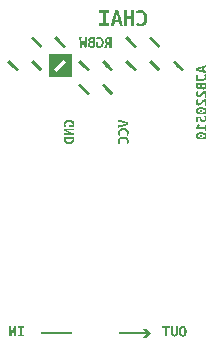
<source format=gbr>
G04 This is an RS-274x file exported by *
G04 gerbv version 2.8.2 *
G04 More information is available about gerbv at *
G04 https://gerbv.github.io/ *
G04 --End of header info--*
%MOIN*%
%FSLAX36Y36*%
%IPPOS*%
G04 --Define apertures--*
%ADD10C,0.0139*%
G04 --Start main section--*
G54D10*
G36*
G01X0716050Y0921899D02*
G01X0716050Y0921899D01*
G01X0728350Y0909599D01*
G01X0720850Y0902099D01*
G01X0708550Y0914399D01*
G01X0708550Y0914399D01*
G01X0701250Y0921699D01*
G01X0701250Y0921699D01*
G01X0688950Y0933999D01*
G01X0696450Y0941499D01*
G01X0708750Y0929199D01*
G01X0708750Y0929199D01*
G01X0716050Y0921899D01*
G01X0716050Y0921899D01*
G37*
G36*
G01X0637250Y0921899D02*
G01X0637250Y0921899D01*
G01X0649650Y0909599D01*
G01X0642150Y0902099D01*
G01X0629750Y0914399D01*
G01X0629750Y0914399D01*
G01X0622550Y0921699D01*
G01X0622550Y0921699D01*
G01X0610150Y0933999D01*
G01X0617650Y0941499D01*
G01X0630050Y0929199D01*
G01X0630050Y0929199D01*
G01X0637250Y0921899D01*
G01X0637250Y0921899D01*
G37*
G36*
G01X0558550Y0921899D02*
G01X0558550Y0921899D01*
G01X0570850Y0909599D01*
G01X0563350Y0902099D01*
G01X0551050Y0914399D01*
G01X0551050Y0914399D01*
G01X0543750Y0921699D01*
G01X0543750Y0921699D01*
G01X0531450Y0933999D01*
G01X0538950Y0941499D01*
G01X0551250Y0929199D01*
G01X0551250Y0929199D01*
G01X0558550Y0921899D01*
G01X0558550Y0921899D01*
G37*
G36*
G01X0637250Y0843199D02*
G01X0637250Y0843199D01*
G01X0649650Y0830799D01*
G01X0642150Y0823299D01*
G01X0629750Y0835699D01*
G01X0629750Y0835699D01*
G01X0622550Y0842899D01*
G01X0622550Y0842899D01*
G01X0610150Y0855299D01*
G01X0617650Y0862799D01*
G01X0630050Y0850399D01*
G01X0630050Y0850399D01*
G01X0637250Y0843199D01*
G01X0637250Y0843199D01*
G37*
G36*
G01X0558550Y0843199D02*
G01X0558550Y0843199D01*
G01X0570850Y0830799D01*
G01X0563350Y0823299D01*
G01X0551050Y0835699D01*
G01X0551050Y0835699D01*
G01X0543750Y0842899D01*
G01X0543750Y0842899D01*
G01X0531450Y0855299D01*
G01X0538950Y0862799D01*
G01X0551250Y0850399D01*
G01X0551250Y0850399D01*
G01X0558550Y0843199D01*
G01X0558550Y0843199D01*
G37*
G36*
G01X0401050Y0921899D02*
G01X0401050Y0921899D01*
G01X0413350Y0909599D01*
G01X0405850Y0902099D01*
G01X0393550Y0914399D01*
G01X0393550Y0914399D01*
G01X0386250Y0921699D01*
G01X0386250Y0921699D01*
G01X0373950Y0933999D01*
G01X0381450Y0941499D01*
G01X0393750Y0929199D01*
G01X0393750Y0929199D01*
G01X0401050Y0921899D01*
G01X0401050Y0921899D01*
G37*
G36*
G01X0322250Y0921899D02*
G01X0322250Y0921899D01*
G01X0334650Y0909599D01*
G01X0327150Y0902099D01*
G01X0314750Y0914399D01*
G01X0314750Y0914399D01*
G01X0307550Y0921699D01*
G01X0307550Y0921699D01*
G01X0295350Y0933899D01*
G01X0302850Y0941399D01*
G01X0315150Y0928999D01*
G01X0315150Y0928999D01*
G01X0322250Y0921899D01*
G01X0322250Y0921899D01*
G37*
G36*
G01X0794750Y0921899D02*
G01X0794750Y0921899D01*
G01X0807150Y0909599D01*
G01X0799650Y0902099D01*
G01X0787250Y0914399D01*
G01X0787250Y0914399D01*
G01X0780050Y0921699D01*
G01X0780050Y0921699D01*
G01X0767650Y0933899D01*
G01X0775150Y0941399D01*
G01X0787550Y0928999D01*
G01X0787550Y0928999D01*
G01X0794750Y0921899D01*
G01X0794750Y0921899D01*
G37*
G36*
G01X0873550Y0921899D02*
G01X0873550Y0921899D01*
G01X0885850Y0909599D01*
G01X0878350Y0902099D01*
G01X0866050Y0914399D01*
G01X0866050Y0914399D01*
G01X0858750Y0921699D01*
G01X0858750Y0921699D01*
G01X0846450Y0933999D01*
G01X0853950Y0941499D01*
G01X0866250Y0929199D01*
G01X0866250Y0929199D01*
G01X0873550Y0921899D01*
G01X0873550Y0921899D01*
G37*
G36*
G01X0716050Y1000699D02*
G01X0716050Y1000699D01*
G01X0728350Y0988299D01*
G01X0720850Y0980799D01*
G01X0708550Y0993199D01*
G01X0708550Y0993199D01*
G01X0701250Y1000399D01*
G01X0701250Y1000399D01*
G01X0688950Y1012799D01*
G01X0696450Y1020299D01*
G01X0708750Y1007899D01*
G01X0708750Y1007899D01*
G01X0716050Y1000699D01*
G01X0716050Y1000699D01*
G37*
G36*
G01X0794750Y1000699D02*
G01X0794750Y1000699D01*
G01X0807150Y0988299D01*
G01X0799650Y0980799D01*
G01X0787250Y0993199D01*
G01X0787250Y0993199D01*
G01X0780050Y1000399D01*
G01X0780050Y1000399D01*
G01X0767650Y1012799D01*
G01X0775150Y1020299D01*
G01X0787550Y1007899D01*
G01X0787550Y1007899D01*
G01X0794750Y1000699D01*
G01X0794750Y1000699D01*
G37*
G36*
G01X0401050Y1000699D02*
G01X0401050Y1000699D01*
G01X0413350Y0988299D01*
G01X0405850Y0980799D01*
G01X0393550Y0993199D01*
G01X0393550Y0993199D01*
G01X0386250Y1000399D01*
G01X0386250Y1000399D01*
G01X0373950Y1012799D01*
G01X0381450Y1020299D01*
G01X0393750Y1007899D01*
G01X0393750Y1007899D01*
G01X0401050Y1000699D01*
G01X0401050Y1000699D01*
G37*
G36*
G01X0479750Y1000699D02*
G01X0479750Y1000699D01*
G01X0492150Y0988299D01*
G01X0484650Y0980799D01*
G01X0472250Y0993199D01*
G01X0472250Y0993199D01*
G01X0465050Y1000399D01*
G01X0465050Y1000399D01*
G01X0452650Y1012799D01*
G01X0460150Y1020299D01*
G01X0472550Y1007899D01*
G01X0472550Y1007899D01*
G01X0479750Y1000699D01*
G01X0479750Y1000699D01*
G37*
G36*
G01X0636150Y1016399D02*
G01X0636550Y1016399D01*
G01X0636850Y1016399D01*
G01X0637250Y1016299D01*
G01X0637650Y1016299D01*
G01X0638150Y1016299D01*
G01X0638550Y1016299D01*
G01X0638950Y1016299D01*
G01X0639350Y1016199D01*
G01X0639750Y1016199D01*
G01X0640150Y1016099D01*
G01X0640550Y1015999D01*
G01X0640850Y1015999D01*
G01X0641250Y1015899D01*
G01X0641650Y1015799D01*
G01X0642050Y1015799D01*
G01X0642450Y1015699D01*
G01X0642750Y1015599D01*
G01X0643150Y1015599D01*
G01X0643150Y0981699D01*
G01X0636250Y0981699D01*
G01X0636250Y0994299D01*
G01X0632650Y0994299D01*
G01X0632050Y0993299D01*
G01X0631450Y0992199D01*
G01X0630850Y0991199D01*
G01X0630250Y0990099D01*
G01X0629650Y0989099D01*
G01X0629050Y0988099D01*
G01X0628550Y0986999D01*
G01X0627950Y0985999D01*
G01X0627550Y0984899D01*
G01X0627050Y0983899D01*
G01X0626550Y0982799D01*
G01X0626150Y0981699D01*
G01X0618950Y0981699D01*
G01X0619150Y0982199D01*
G01X0619350Y0982799D01*
G01X0619650Y0983399D01*
G01X0619950Y0983999D01*
G01X0620150Y0984699D01*
G01X0620450Y0985299D01*
G01X0620750Y0985899D01*
G01X0621050Y0986499D01*
G01X0621350Y0987199D01*
G01X0621750Y0987799D01*
G01X0622050Y0988499D01*
G01X0622450Y0989199D01*
G01X0622750Y0989899D01*
G01X0623150Y0990499D01*
G01X0623450Y0991099D01*
G01X0623750Y0991699D01*
G01X0624150Y0992199D01*
G01X0624450Y0992799D01*
G01X0624850Y0993299D01*
G01X0625150Y0993899D01*
G01X0625550Y0994399D01*
G01X0625850Y0994999D01*
G01X0626150Y0995499D01*
G01X0626450Y0995999D01*
G01X0625450Y0996399D01*
G01X0624650Y0996899D01*
G01X0624050Y0997499D01*
G01X0623350Y0998199D01*
G01X0622850Y0998899D01*
G01X0622450Y0999699D01*
G01X0621950Y1000599D01*
G01X0621650Y1001399D01*
G01X0621450Y1002299D01*
G01X0621250Y1003199D01*
G01X0621150Y1004199D01*
G01X0621150Y1005099D01*
G01X0621150Y1006099D01*
G01X0621250Y1006999D01*
G01X0621350Y1007799D01*
G01X0621550Y1008699D01*
G01X0621750Y1009399D01*
G01X0622150Y1010099D01*
G01X0622450Y1010799D01*
G01X0622850Y1011499D01*
G01X0623250Y1012099D01*
G01X0623750Y1012699D01*
G01X0624250Y1013199D01*
G01X0624750Y1013599D01*
G01X0625350Y1014099D01*
G01X0625950Y1014499D01*
G01X0626650Y1014899D01*
G01X0627350Y1015199D01*
G01X0628150Y1015499D01*
G01X0628950Y1015699D01*
G01X0629750Y1015899D01*
G01X0630650Y1016099D01*
G01X0631450Y1016199D01*
G01X0632350Y1016299D01*
G01X0633250Y1016399D01*
G01X0634250Y1016399D01*
G01X0634450Y1016499D01*
G01X0634850Y1016499D01*
G01X0635150Y1016499D01*
G01X0635450Y1016499D01*
G01X0635850Y1016499D01*
G01X0636150Y1016399D01*
G01X0636150Y1016399D01*
G37*
%LPC*%
G36*
G01X0629750Y1001399D02*
G01X0630250Y1000899D01*
G01X0630950Y1000599D01*
G01X0631750Y1000299D01*
G01X0632650Y1000099D01*
G01X0633650Y0999999D01*
G01X0634750Y0999999D01*
G01X0636250Y0999999D01*
G01X0636250Y1010299D01*
G01X0636050Y1010299D01*
G01X0635950Y1010299D01*
G01X0635750Y1010299D01*
G01X0635550Y1010399D01*
G01X0635350Y1010399D01*
G01X0635150Y1010399D01*
G01X0634950Y1010399D01*
G01X0634850Y1010399D01*
G01X0634650Y1010399D01*
G01X0634450Y1010399D01*
G01X0634350Y1010399D01*
G01X0634250Y1010399D01*
G01X0633350Y1010399D01*
G01X0632450Y1010299D01*
G01X0631750Y1010099D01*
G01X0630950Y1009899D01*
G01X0630350Y1009599D01*
G01X0629750Y1009199D01*
G01X0629250Y1008799D01*
G01X0628750Y1008199D01*
G01X0628550Y1007499D01*
G01X0628250Y1006799D01*
G01X0628150Y1005999D01*
G01X0628150Y1005099D01*
G01X0628150Y1004399D01*
G01X0628250Y1003699D01*
G01X0628550Y1003099D01*
G01X0628750Y1002399D01*
G01X0629250Y1001899D01*
G01X0629750Y1001399D01*
G01X0629750Y1001399D01*
G37*
%LPD*%
G36*
G01X0597250Y1010299D02*
G01X0596650Y1010099D01*
G01X0596050Y1009899D01*
G01X0595550Y1009599D01*
G01X0595050Y1009399D01*
G01X0594650Y1009199D01*
G01X0594250Y1008899D01*
G01X0592550Y1014399D01*
G01X0592650Y1014499D01*
G01X0592850Y1014599D01*
G01X0593050Y1014699D01*
G01X0593250Y1014899D01*
G01X0593450Y1014999D01*
G01X0593650Y1015099D01*
G01X0593950Y1015299D01*
G01X0594250Y1015399D01*
G01X0594550Y1015599D01*
G01X0594850Y1015699D01*
G01X0595150Y1015799D01*
G01X0595650Y1015999D01*
G01X0596050Y1016099D01*
G01X0596450Y1016299D01*
G01X0596850Y1016399D01*
G01X0597350Y1016499D01*
G01X0597850Y1016599D01*
G01X0598350Y1016699D01*
G01X0598950Y1016699D01*
G01X0599450Y1016799D01*
G01X0600050Y1016899D01*
G01X0600650Y1016899D01*
G01X0601250Y1016899D01*
G01X0601950Y1016899D01*
G01X0603050Y1016899D01*
G01X0604050Y1016799D01*
G01X0605050Y1016699D01*
G01X0605950Y1016499D01*
G01X0606950Y1016199D01*
G01X0607850Y1015799D01*
G01X0608750Y1015499D01*
G01X0609550Y1014999D01*
G01X0610350Y1014399D01*
G01X0611150Y1013799D01*
G01X0611850Y1013099D01*
G01X0612550Y1012399D01*
G01X0613250Y1011599D01*
G01X0613850Y1010699D01*
G01X0614350Y1009799D01*
G01X0614850Y1008799D01*
G01X0615350Y1007799D01*
G01X0615750Y1006699D01*
G01X0616150Y1005599D01*
G01X0616450Y1004299D01*
G01X0616650Y1002999D01*
G01X0616750Y1001699D01*
G01X0616850Y1000299D01*
G01X0616850Y0998899D01*
G01X0616850Y0997399D01*
G01X0616750Y0995999D01*
G01X0616650Y0994699D01*
G01X0616450Y0993399D01*
G01X0616250Y0992199D01*
G01X0615850Y0991099D01*
G01X0615550Y0989999D01*
G01X0615150Y0988999D01*
G01X0614650Y0987999D01*
G01X0614150Y0987099D01*
G01X0613650Y0986299D01*
G01X0613150Y0985599D01*
G01X0612450Y0984799D01*
G01X0611850Y0984099D01*
G01X0611050Y0983599D01*
G01X0610350Y0982999D01*
G01X0609550Y0982599D01*
G01X0608650Y0982199D01*
G01X0607750Y0981899D01*
G01X0606850Y0981599D01*
G01X0605850Y0981399D01*
G01X0604950Y0981199D01*
G01X0603950Y0981099D01*
G01X0602850Y0981099D01*
G01X0601550Y0981099D01*
G01X0600450Y0981099D01*
G01X0599350Y0981199D01*
G01X0598350Y0981299D01*
G01X0597450Y0981499D01*
G01X0596550Y0981699D01*
G01X0595750Y0981899D01*
G01X0595050Y0981999D01*
G01X0594350Y0982199D01*
G01X0593750Y0982399D01*
G01X0593250Y0982499D01*
G01X0592850Y0982599D01*
G01X0592850Y0999899D01*
G01X0599650Y0999899D01*
G01X0599650Y0987399D01*
G01X0599850Y0987299D01*
G01X0600050Y0987299D01*
G01X0600250Y0987199D01*
G01X0600450Y0987199D01*
G01X0600750Y0987199D01*
G01X0601050Y0987199D01*
G01X0601250Y0987199D01*
G01X0601450Y0987199D01*
G01X0601750Y0987199D01*
G01X0601950Y0987199D01*
G01X0602150Y0987199D01*
G01X0602450Y0987199D01*
G01X0603650Y0987199D01*
G01X0604750Y0987499D01*
G01X0605750Y0987999D01*
G01X0606650Y0988399D01*
G01X0607450Y0989199D01*
G01X0608150Y0990099D01*
G01X0608750Y0991099D01*
G01X0609250Y0992399D01*
G01X0609550Y0993899D01*
G01X0609850Y0995399D01*
G01X0610050Y0997199D01*
G01X0610050Y0999199D01*
G01X0610050Y1000099D01*
G01X0610050Y1000899D01*
G01X0609950Y1001699D01*
G01X0609850Y1002499D01*
G01X0609750Y1003299D01*
G01X0609650Y1003999D01*
G01X0609450Y1004799D01*
G01X0609250Y1005499D01*
G01X0609050Y1006099D01*
G01X0608750Y1006699D01*
G01X0608450Y1007299D01*
G01X0608150Y1007799D01*
G01X0607750Y1008299D01*
G01X0607350Y1008699D01*
G01X0606850Y1009099D01*
G01X0606350Y1009499D01*
G01X0605850Y1009899D01*
G01X0605350Y1010299D01*
G01X0604750Y1010599D01*
G01X0604150Y1010799D01*
G01X0603450Y1010999D01*
G01X0602750Y1011099D01*
G01X0601950Y1011099D01*
G01X0601150Y1011099D01*
G01X0600450Y1010999D01*
G01X0599850Y1010899D01*
G01X0599150Y1010799D01*
G01X0598550Y1010699D01*
G01X0597850Y1010499D01*
G01X0597250Y1010299D01*
G01X0597250Y1010299D01*
G37*
G36*
G01X0565750Y0996699D02*
G01X0566150Y0997399D01*
G01X0566750Y0997999D01*
G01X0567550Y0998599D01*
G01X0568350Y0999199D01*
G01X0569250Y0999699D01*
G01X0570450Y1000099D01*
G01X0569750Y1000499D01*
G01X0569150Y1000899D01*
G01X0568650Y1001399D01*
G01X0568150Y1001899D01*
G01X0567650Y1002499D01*
G01X0567250Y1003199D01*
G01X0566850Y1003899D01*
G01X0566550Y1004499D01*
G01X0566350Y1005199D01*
G01X0566150Y1005899D01*
G01X0566050Y1006699D01*
G01X0566050Y1007499D01*
G01X0566050Y1008099D01*
G01X0566050Y1008599D01*
G01X0566150Y1009099D01*
G01X0566250Y1009599D01*
G01X0566350Y1010099D01*
G01X0566550Y1010699D01*
G01X0566750Y1011299D01*
G01X0566950Y1011799D01*
G01X0567250Y1012299D01*
G01X0567650Y1012699D01*
G01X0568050Y1013199D01*
G01X0568550Y1013599D01*
G01X0569050Y1013999D01*
G01X0569550Y1014399D01*
G01X0570250Y1014799D01*
G01X0570850Y1015099D01*
G01X0571550Y1015399D01*
G01X0572450Y1015699D01*
G01X0573250Y1015999D01*
G01X0574150Y1016199D01*
G01X0575250Y1016299D01*
G01X0576250Y1016499D01*
G01X0577450Y1016499D01*
G01X0578750Y1016499D01*
G01X0579550Y1016499D01*
G01X0580350Y1016499D01*
G01X0581050Y1016399D01*
G01X0581850Y1016399D01*
G01X0582650Y1016299D01*
G01X0583350Y1016299D01*
G01X0584150Y1016199D01*
G01X0584850Y1016099D01*
G01X0585550Y1015999D01*
G01X0586250Y1015899D01*
G01X0586950Y1015799D01*
G01X0587650Y1015699D01*
G01X0587650Y0982399D01*
G01X0586850Y0982199D01*
G01X0586050Y0982099D01*
G01X0585250Y0981999D01*
G01X0584450Y0981799D01*
G01X0583650Y0981699D01*
G01X0582850Y0981699D01*
G01X0581950Y0981599D01*
G01X0581150Y0981499D01*
G01X0580450Y0981499D01*
G01X0579650Y0981399D01*
G01X0578850Y0981399D01*
G01X0578150Y0981399D01*
G01X0577150Y0981399D01*
G01X0576250Y0981399D01*
G01X0575350Y0981499D01*
G01X0574450Y0981599D01*
G01X0573650Y0981699D01*
G01X0572850Y0981899D01*
G01X0571950Y0982199D01*
G01X0571250Y0982399D01*
G01X0570550Y0982699D01*
G01X0569850Y0982999D01*
G01X0569150Y0983299D01*
G01X0568550Y0983799D01*
G01X0567850Y0984199D01*
G01X0567350Y0984699D01*
G01X0566850Y0985199D01*
G01X0566350Y0985799D01*
G01X0565950Y0986399D01*
G01X0565650Y0987099D01*
G01X0565250Y0987799D01*
G01X0564950Y0988499D01*
G01X0564750Y0989399D01*
G01X0564550Y0990199D01*
G01X0564450Y0991199D01*
G01X0564450Y0992199D01*
G01X0564450Y0992999D01*
G01X0564550Y0993799D01*
G01X0564850Y0994499D01*
G01X0565050Y0995199D01*
G01X0565350Y0995999D01*
G01X0565750Y0996699D01*
G01X0565750Y0996699D01*
G37*
%LPC*%
G36*
G01X0580750Y1002499D02*
G01X0580750Y1010299D01*
G01X0580550Y1010299D01*
G01X0580250Y1010299D01*
G01X0580050Y1010299D01*
G01X0579750Y1010399D01*
G01X0579450Y1010399D01*
G01X0579250Y1010399D01*
G01X0578950Y1010399D01*
G01X0578650Y1010399D01*
G01X0578350Y1010399D01*
G01X0578150Y1010399D01*
G01X0577850Y1010399D01*
G01X0577550Y1010399D01*
G01X0577150Y1010399D01*
G01X0576850Y1010399D01*
G01X0576550Y1010399D01*
G01X0576250Y1010399D01*
G01X0576050Y1010299D01*
G01X0575750Y1010299D01*
G01X0575450Y1010199D01*
G01X0575150Y1010099D01*
G01X0574950Y1010099D01*
G01X0574650Y1009999D01*
G01X0574450Y1009899D01*
G01X0574250Y1009699D01*
G01X0574050Y1009599D01*
G01X0573750Y1009399D01*
G01X0573650Y1009199D01*
G01X0573450Y1008999D01*
G01X0573250Y1008799D01*
G01X0573150Y1008599D01*
G01X0572950Y1008399D01*
G01X0572850Y1008099D01*
G01X0572750Y1007799D01*
G01X0572750Y1007499D01*
G01X0572650Y1007099D01*
G01X0572650Y1006699D01*
G01X0572650Y1005999D01*
G01X0572750Y1005399D01*
G01X0573050Y1004899D01*
G01X0573250Y1004299D01*
G01X0573550Y1003899D01*
G01X0574050Y1003499D01*
G01X0574450Y1003099D01*
G01X0575050Y1002799D01*
G01X0575750Y1002699D01*
G01X0576350Y1002499D01*
G01X0577150Y1002399D01*
G01X0577950Y1002399D01*
G01X0580750Y1002399D01*
G01X0580750Y1002499D01*
G37*
G36*
G01X0576950Y0996799D02*
G01X0576050Y0996799D01*
G01X0575250Y0996699D01*
G01X0574550Y0996499D01*
G01X0573850Y0996299D01*
G01X0573250Y0995999D01*
G01X0572650Y0995699D01*
G01X0572150Y0995299D01*
G01X0571750Y0994899D01*
G01X0571550Y0994299D01*
G01X0571250Y0993599D01*
G01X0571150Y0992899D01*
G01X0571150Y0992099D01*
G01X0571150Y0991599D01*
G01X0571150Y0991099D01*
G01X0571250Y0990699D01*
G01X0571350Y0990299D01*
G01X0571550Y0989899D01*
G01X0571750Y0989599D01*
G01X0571950Y0989199D01*
G01X0572150Y0988999D01*
G01X0572350Y0988699D01*
G01X0572550Y0988499D01*
G01X0572850Y0988299D01*
G01X0573150Y0988099D01*
G01X0573350Y0987799D01*
G01X0573650Y0987699D01*
G01X0574050Y0987599D01*
G01X0574350Y0987499D01*
G01X0574650Y0987399D01*
G01X0575050Y0987399D01*
G01X0575350Y0987299D01*
G01X0575750Y0987299D01*
G01X0576150Y0987199D01*
G01X0576550Y0987199D01*
G01X0576950Y0987199D01*
G01X0577250Y0987199D01*
G01X0577550Y0987199D01*
G01X0577850Y0987199D01*
G01X0578150Y0987199D01*
G01X0578350Y0987199D01*
G01X0578650Y0987199D01*
G01X0578950Y0987199D01*
G01X0579250Y0987199D01*
G01X0579450Y0987299D01*
G01X0579750Y0987299D01*
G01X0580050Y0987299D01*
G01X0580250Y0987399D01*
G01X0580450Y0987399D01*
G01X0580450Y0996699D01*
G01X0576950Y0996699D01*
G01X0576950Y0996799D01*
G37*
%LPD*%
G36*
G01X0551250Y1003899D02*
G01X0551350Y1003499D01*
G01X0551450Y1003199D01*
G01X0551650Y1002699D01*
G01X0551750Y1002299D01*
G01X0551950Y1001699D01*
G01X0552150Y1001099D01*
G01X0552250Y1000599D01*
G01X0552450Y0999999D01*
G01X0552650Y0999299D01*
G01X0552850Y0998699D01*
G01X0553050Y0998099D01*
G01X0553250Y0997399D01*
G01X0553450Y0996699D01*
G01X0553650Y0995999D01*
G01X0553850Y0995299D01*
G01X0554050Y0994599D01*
G01X0554250Y0993899D01*
G01X0554450Y0993199D01*
G01X0554650Y0992499D01*
G01X0554950Y0991799D01*
G01X0555050Y0991199D01*
G01X0555250Y0990599D01*
G01X0555450Y0989899D01*
G01X0555650Y0989299D01*
G01X0555650Y0990299D01*
G01X0555650Y0991299D01*
G01X0555650Y0992299D01*
G01X0555650Y0993399D01*
G01X0555650Y0994399D01*
G01X0555650Y0995599D01*
G01X0555650Y0996699D01*
G01X0555650Y0997799D01*
G01X0555550Y0998899D01*
G01X0555550Y0999999D01*
G01X0555550Y1001199D01*
G01X0555450Y1002399D01*
G01X0555450Y1003499D01*
G01X0555450Y1004699D01*
G01X0555450Y1005799D01*
G01X0555450Y1006999D01*
G01X0555350Y1008099D01*
G01X0555350Y1009299D01*
G01X0555250Y1010499D01*
G01X0555250Y1011599D01*
G01X0555250Y1012799D01*
G01X0555250Y1013899D01*
G01X0555250Y1014999D01*
G01X0555150Y1016099D01*
G01X0561550Y1016099D01*
G01X0561550Y1014699D01*
G01X0561450Y1013299D01*
G01X0561450Y1011899D01*
G01X0561350Y1010399D01*
G01X0561350Y1008999D01*
G01X0561250Y1007499D01*
G01X0561250Y1005999D01*
G01X0561150Y1004499D01*
G01X0561050Y1003099D01*
G01X0561050Y1001599D01*
G01X0560950Y1000099D01*
G01X0560850Y0998599D01*
G01X0560850Y0997199D01*
G01X0560750Y0995699D01*
G01X0560650Y0994199D01*
G01X0560450Y0992799D01*
G01X0560350Y0991299D01*
G01X0560350Y0989899D01*
G01X0560150Y0988399D01*
G01X0560050Y0986999D01*
G01X0559950Y0985699D01*
G01X0559750Y0984299D01*
G01X0559650Y0982999D01*
G01X0559450Y0981699D01*
G01X0553750Y0981699D01*
G01X0553450Y0982799D01*
G01X0553050Y0984099D01*
G01X0552650Y0985299D01*
G01X0552250Y0986599D01*
G01X0551750Y0987899D01*
G01X0551250Y0989299D01*
G01X0550850Y0990699D01*
G01X0550450Y0991999D01*
G01X0550050Y0993299D01*
G01X0549650Y0994499D01*
G01X0549250Y0995799D01*
G01X0548750Y0996899D01*
G01X0548350Y0995699D01*
G01X0547950Y0994399D01*
G01X0547550Y0993199D01*
G01X0547150Y0991899D01*
G01X0546750Y0990599D01*
G01X0546250Y0989299D01*
G01X0545850Y0987999D01*
G01X0545450Y0986699D01*
G01X0545050Y0985499D01*
G01X0544650Y0984199D01*
G01X0544250Y0982999D01*
G01X0543750Y0981799D01*
G01X0538150Y0981799D01*
G01X0537950Y0983099D01*
G01X0537850Y0984399D01*
G01X0537750Y0985699D01*
G01X0537550Y0987099D01*
G01X0537450Y0988499D01*
G01X0537450Y0989899D01*
G01X0537350Y0991299D01*
G01X0537250Y0992699D01*
G01X0537150Y0994099D01*
G01X0537050Y0995599D01*
G01X0536950Y0997099D01*
G01X0536850Y0998599D01*
G01X0536750Y1000099D01*
G01X0536750Y1001599D01*
G01X0536650Y1003099D01*
G01X0536550Y1004599D01*
G01X0536550Y1005999D01*
G01X0536450Y1007499D01*
G01X0536350Y1008999D01*
G01X0536250Y1010399D01*
G01X0536250Y1011899D01*
G01X0536150Y1013299D01*
G01X0536150Y1014699D01*
G01X0536150Y1016099D01*
G01X0543150Y1016099D01*
G01X0543150Y1014999D01*
G01X0543150Y1013899D01*
G01X0543050Y1012799D01*
G01X0543050Y1011599D01*
G01X0543050Y1010499D01*
G01X0542950Y1009299D01*
G01X0542850Y1008099D01*
G01X0542850Y1006899D01*
G01X0542850Y1005799D01*
G01X0542750Y1004599D01*
G01X0542750Y1003499D01*
G01X0542650Y1002399D01*
G01X0542650Y1001199D01*
G01X0542550Y0999999D01*
G01X0542550Y0998899D01*
G01X0542550Y0997799D01*
G01X0542450Y0996699D01*
G01X0542450Y0995599D01*
G01X0542350Y0994399D01*
G01X0542350Y0993399D01*
G01X0542250Y0992299D01*
G01X0542250Y0991299D01*
G01X0542250Y0990299D01*
G01X0542250Y0989299D01*
G01X0542450Y0990099D01*
G01X0542650Y0990799D01*
G01X0542850Y0991599D01*
G01X0543150Y0992299D01*
G01X0543350Y0993099D01*
G01X0543550Y0993799D01*
G01X0543750Y0994399D01*
G01X0543950Y0995099D01*
G01X0544150Y0995799D01*
G01X0544350Y0996499D01*
G01X0544450Y0997199D01*
G01X0544650Y0997799D01*
G01X0544750Y0998399D01*
G01X0544950Y0998999D01*
G01X0545150Y0999599D01*
G01X0545250Y1000099D01*
G01X0545450Y1000699D01*
G01X0545650Y1001299D01*
G01X0545750Y1001699D01*
G01X0545850Y1002199D01*
G01X0546050Y1002699D01*
G01X0546150Y1003099D01*
G01X0546250Y1003499D01*
G01X0546250Y1003899D01*
G01X0551250Y1003899D01*
G01X0551250Y1003899D01*
G37*
G36*
G01X0731550Y1053999D02*
G01X0730350Y1054399D01*
G01X0729250Y1054799D01*
G01X0728250Y1055199D01*
G01X0727250Y1055599D01*
G01X0726450Y1055999D01*
G01X0725750Y1056499D01*
G01X0728350Y1064599D01*
G01X0728950Y1064299D01*
G01X0729550Y1063999D01*
G01X0730250Y1063699D01*
G01X0730950Y1063399D01*
G01X0731750Y1063099D01*
G01X0732550Y1062799D01*
G01X0733350Y1062499D01*
G01X0734350Y1062299D01*
G01X0735550Y1062099D01*
G01X0736650Y1061899D01*
G01X0737850Y1061799D01*
G01X0739250Y1061799D01*
G01X0741550Y1061799D01*
G01X0743450Y1062199D01*
G01X0745150Y1062999D01*
G01X0746850Y1063799D01*
G01X0748150Y1064899D01*
G01X0749250Y1066499D01*
G01X0750250Y1068099D01*
G01X0751050Y1069999D01*
G01X0751550Y1072299D01*
G01X0752050Y1074499D01*
G01X0752250Y1077199D01*
G01X0752250Y1080099D01*
G01X0752250Y1081799D01*
G01X0752150Y1083399D01*
G01X0751950Y1084799D01*
G01X0751750Y1086199D01*
G01X0751550Y1087499D01*
G01X0751150Y1088599D01*
G01X0750850Y1089699D01*
G01X0750350Y1090699D01*
G01X0749950Y1091599D01*
G01X0749450Y1092499D01*
G01X0748850Y1093299D01*
G01X0748250Y1093999D01*
G01X0747650Y1094699D01*
G01X0746950Y1095299D01*
G01X0746350Y1095799D01*
G01X0745650Y1096299D01*
G01X0744950Y1096699D01*
G01X0744250Y1096899D01*
G01X0743450Y1097199D01*
G01X0742650Y1097399D01*
G01X0741750Y1097599D01*
G01X0740950Y1097699D01*
G01X0740050Y1097799D01*
G01X0739250Y1097799D01*
G01X0738050Y1097799D01*
G01X0736950Y1097699D01*
G01X0735850Y1097599D01*
G01X0734850Y1097399D01*
G01X0733850Y1097199D01*
G01X0732950Y1096899D01*
G01X0732050Y1096699D01*
G01X0731250Y1096399D01*
G01X0730450Y1095999D01*
G01X0729650Y1095699D01*
G01X0729050Y1095299D01*
G01X0728350Y1094899D01*
G01X0725750Y1103099D01*
G01X0725950Y1103199D01*
G01X0726150Y1103299D01*
G01X0726450Y1103499D01*
G01X0726750Y1103599D01*
G01X0727050Y1103799D01*
G01X0727450Y1103999D01*
G01X0727750Y1104199D01*
G01X0728150Y1104399D01*
G01X0728650Y1104699D01*
G01X0729150Y1104899D01*
G01X0729650Y1105099D01*
G01X0730150Y1105299D01*
G01X0730750Y1105499D01*
G01X0731350Y1105699D01*
G01X0731950Y1105799D01*
G01X0732650Y1105999D01*
G01X0733350Y1106199D01*
G01X0734050Y1106399D01*
G01X0734850Y1106499D01*
G01X0735650Y1106599D01*
G01X0736450Y1106699D01*
G01X0737250Y1106799D01*
G01X0738150Y1106799D01*
G01X0739050Y1106799D01*
G01X0740750Y1106799D01*
G01X0742350Y1106699D01*
G01X0743950Y1106399D01*
G01X0745450Y1106099D01*
G01X0746950Y1105599D01*
G01X0748350Y1104999D01*
G01X0749750Y1104399D01*
G01X0751050Y1103599D01*
G01X0752350Y1102799D01*
G01X0753550Y1101899D01*
G01X0754650Y1100899D01*
G01X0755750Y1099699D01*
G01X0756750Y1098499D01*
G01X0757750Y1097299D01*
G01X0758550Y1095899D01*
G01X0759350Y1094399D01*
G01X0760050Y1092899D01*
G01X0760650Y1091299D01*
G01X0761150Y1089599D01*
G01X0761650Y1087799D01*
G01X0761950Y1085899D01*
G01X0762250Y1083999D01*
G01X0762450Y1081999D01*
G01X0762450Y1079899D01*
G01X0762450Y1075599D01*
G01X0761950Y1071699D01*
G01X0760950Y1068399D01*
G01X0760050Y1065099D01*
G01X0758550Y1062299D01*
G01X0756750Y1059999D01*
G01X0754750Y1057599D01*
G01X0752450Y1055899D01*
G01X0749650Y1054799D01*
G01X0746850Y1053599D01*
G01X0743650Y1053099D01*
G01X0740050Y1053099D01*
G01X0738450Y1052899D01*
G01X0736950Y1052999D01*
G01X0735550Y1053099D01*
G01X0734150Y1053299D01*
G01X0732850Y1053599D01*
G01X0731550Y1053999D01*
G01X0731550Y1053999D01*
G37*
G36*
G01X0695450Y1105599D02*
G01X0695450Y1085299D01*
G01X0709050Y1085299D01*
G01X0709050Y1105599D01*
G01X0719350Y1105599D01*
G01X0719350Y1053999D01*
G01X0709050Y1053999D01*
G01X0709050Y1076699D01*
G01X0695450Y1076699D01*
G01X0695450Y1053899D01*
G01X0685150Y1053899D01*
G01X0685150Y1105599D01*
G01X0695450Y1105599D01*
G01X0695450Y1105599D01*
G37*
G36*
G01X0640450Y1053899D02*
G01X0641550Y1058799D01*
G01X0642750Y1063599D01*
G01X0643850Y1068199D01*
G01X0645050Y1072699D01*
G01X0646250Y1077199D01*
G01X0647550Y1081399D01*
G01X0648750Y1085599D01*
G01X0649950Y1089799D01*
G01X0651150Y1093799D01*
G01X0652450Y1097799D01*
G01X0653650Y1101699D01*
G01X0654950Y1105399D01*
G01X0666050Y1105399D01*
G01X0667150Y1101699D01*
G01X0668350Y1097799D01*
G01X0669550Y1093899D01*
G01X0670750Y1089899D01*
G01X0671950Y1085799D01*
G01X0673250Y1081699D01*
G01X0674450Y1077499D01*
G01X0675750Y1073099D01*
G01X0676950Y1068499D01*
G01X0678250Y1063799D01*
G01X0679450Y1058999D01*
G01X0680650Y1053899D01*
G01X0669950Y1053899D01*
G01X0667650Y1065799D01*
G01X0653950Y1065799D01*
G01X0651550Y1053899D01*
G01X0640450Y1053899D01*
G01X0640450Y1053899D01*
G37*
%LPC*%
G36*
G01X0659050Y1089999D02*
G01X0658850Y1089099D01*
G01X0658650Y1088199D01*
G01X0658350Y1087399D01*
G01X0658150Y1086499D01*
G01X0657850Y1085699D01*
G01X0657650Y1084899D01*
G01X0657450Y1083999D01*
G01X0657250Y1083199D01*
G01X0657050Y1082299D01*
G01X0656850Y1081399D01*
G01X0656750Y1080599D01*
G01X0656550Y1079699D01*
G01X0656450Y1078899D01*
G01X0656250Y1077999D01*
G01X0656050Y1077099D01*
G01X0655950Y1076299D01*
G01X0655750Y1075299D01*
G01X0655650Y1074399D01*
G01X0665750Y1074399D01*
G01X0665650Y1075299D01*
G01X0665450Y1076299D01*
G01X0665250Y1077099D01*
G01X0665050Y1077999D01*
G01X0664850Y1078899D01*
G01X0664650Y1079699D01*
G01X0664450Y1080599D01*
G01X0664250Y1081399D01*
G01X0664050Y1082299D01*
G01X0663850Y1083199D01*
G01X0663750Y1083999D01*
G01X0663550Y1084899D01*
G01X0663350Y1085699D01*
G01X0663150Y1086599D01*
G01X0662850Y1087399D01*
G01X0662650Y1088299D01*
G01X0662450Y1089199D01*
G01X0662150Y1089999D01*
G01X0661850Y1090799D01*
G01X0661650Y1091699D01*
G01X0661350Y1092699D01*
G01X0661150Y1093599D01*
G01X0660850Y1094599D01*
G01X0660650Y1095599D01*
G01X0660350Y1094599D01*
G01X0660050Y1093599D01*
G01X0659850Y1092699D01*
G01X0659550Y1091699D01*
G01X0659350Y1090799D01*
G01X0659050Y1089999D01*
G01X0659050Y1089999D01*
G37*
%LPD*%
G36*
G01X0602550Y1053899D02*
G01X0602550Y1062399D01*
G01X0613650Y1062399D01*
G01X0613650Y1096899D01*
G01X0602550Y1096899D01*
G01X0602550Y1105599D01*
G01X0635350Y1105599D01*
G01X0635350Y1097099D01*
G01X0624050Y1097099D01*
G01X0624050Y1062499D01*
G01X0635350Y1062499D01*
G01X0635350Y1053999D01*
G01X0602550Y1053999D01*
G01X0602550Y1053899D01*
G37*
G36*
G01X0490150Y0721299D02*
G01X0490350Y0720599D01*
G01X0490650Y0720099D01*
G01X0490850Y0719599D01*
G01X0491050Y0719099D01*
G01X0491250Y0718599D01*
G01X0491550Y0718199D01*
G01X0486150Y0716399D01*
G01X0486050Y0716499D01*
G01X0485950Y0716699D01*
G01X0485850Y0716899D01*
G01X0485750Y0717099D01*
G01X0485650Y0717299D01*
G01X0485450Y0717499D01*
G01X0485350Y0717799D01*
G01X0485150Y0718099D01*
G01X0485050Y0718399D01*
G01X0484950Y0718699D01*
G01X0484750Y0718999D01*
G01X0484650Y0719399D01*
G01X0484450Y0719899D01*
G01X0484350Y0720299D01*
G01X0484250Y0720699D01*
G01X0484150Y0721199D01*
G01X0484050Y0721699D01*
G01X0483950Y0722199D01*
G01X0483850Y0722799D01*
G01X0483750Y0723299D01*
G01X0483750Y0723899D01*
G01X0483650Y0724499D01*
G01X0483650Y0725099D01*
G01X0483650Y0725799D01*
G01X0483650Y0726899D01*
G01X0483750Y0727899D01*
G01X0483950Y0728899D01*
G01X0484150Y0729799D01*
G01X0484450Y0730799D01*
G01X0484750Y0731699D01*
G01X0485150Y0732599D01*
G01X0485650Y0733399D01*
G01X0486150Y0734199D01*
G01X0486750Y0734999D01*
G01X0487450Y0735699D01*
G01X0488250Y0736399D01*
G01X0489050Y0737099D01*
G01X0489850Y0737699D01*
G01X0490750Y0738199D01*
G01X0491750Y0738699D01*
G01X0492750Y0739199D01*
G01X0493950Y0739599D01*
G01X0495150Y0739999D01*
G01X0496350Y0740299D01*
G01X0497650Y0740499D01*
G01X0498850Y0740599D01*
G01X0500250Y0740699D01*
G01X0501750Y0740699D01*
G01X0503150Y0740699D01*
G01X0504550Y0740599D01*
G01X0505850Y0740499D01*
G01X0507150Y0740299D01*
G01X0508350Y0740099D01*
G01X0509450Y0739699D01*
G01X0510650Y0739399D01*
G01X0511650Y0738999D01*
G01X0512550Y0738499D01*
G01X0513550Y0737999D01*
G01X0514350Y0737499D01*
G01X0515050Y0736899D01*
G01X0515850Y0736299D01*
G01X0516450Y0735699D01*
G01X0517050Y0734899D01*
G01X0517550Y0734199D01*
G01X0518050Y0733399D01*
G01X0518350Y0732499D01*
G01X0518750Y0731699D01*
G01X0519050Y0730799D01*
G01X0519150Y0729799D01*
G01X0519350Y0728799D01*
G01X0519450Y0727799D01*
G01X0519450Y0726699D01*
G01X0519450Y0725399D01*
G01X0519450Y0724299D01*
G01X0519350Y0723199D01*
G01X0519250Y0722199D01*
G01X0519150Y0721299D01*
G01X0518950Y0720399D01*
G01X0518750Y0719599D01*
G01X0518550Y0718899D01*
G01X0518350Y0718199D01*
G01X0518250Y0717599D01*
G01X0518150Y0717099D01*
G01X0517950Y0716699D01*
G01X0500750Y0716699D01*
G01X0500750Y0723499D01*
G01X0513250Y0723499D01*
G01X0513350Y0723699D01*
G01X0513350Y0723899D01*
G01X0513350Y0724099D01*
G01X0513350Y0724299D01*
G01X0513350Y0724599D01*
G01X0513350Y0724899D01*
G01X0513350Y0725099D01*
G01X0513350Y0725299D01*
G01X0513350Y0725599D01*
G01X0513350Y0725799D01*
G01X0513350Y0725999D01*
G01X0513350Y0726299D01*
G01X0513350Y0727499D01*
G01X0513150Y0728599D01*
G01X0512650Y0729599D01*
G01X0512150Y0730499D01*
G01X0511450Y0731299D01*
G01X0510450Y0731899D01*
G01X0509450Y0732599D01*
G01X0508250Y0733099D01*
G01X0506750Y0733399D01*
G01X0505250Y0733699D01*
G01X0503450Y0733899D01*
G01X0501450Y0733899D01*
G01X0500550Y0733899D01*
G01X0499650Y0733899D01*
G01X0498850Y0733799D01*
G01X0498150Y0733699D01*
G01X0497350Y0733599D01*
G01X0496550Y0733499D01*
G01X0495850Y0733299D01*
G01X0495150Y0733099D01*
G01X0494450Y0732899D01*
G01X0493850Y0732599D01*
G01X0493350Y0732299D01*
G01X0492850Y0731899D01*
G01X0492250Y0731599D01*
G01X0491750Y0731199D01*
G01X0491350Y0730699D01*
G01X0490950Y0730199D01*
G01X0490650Y0729699D01*
G01X0490350Y0729199D01*
G01X0490050Y0728599D01*
G01X0489850Y0727999D01*
G01X0489650Y0727299D01*
G01X0489550Y0726599D01*
G01X0489450Y0725799D01*
G01X0489450Y0724999D01*
G01X0489550Y0724299D01*
G01X0489650Y0723599D01*
G01X0489750Y0722999D01*
G01X0489850Y0722399D01*
G01X0489950Y0721799D01*
G01X0490150Y0721299D01*
G01X0490150Y0721299D01*
G37*
G36*
G01X0518750Y0689299D02*
G01X0484350Y0689299D01*
G01X0484350Y0695399D01*
G01X0505450Y0695399D01*
G01X0504750Y0695699D01*
G01X0504050Y0695999D01*
G01X0503250Y0696399D01*
G01X0502450Y0696699D01*
G01X0501650Y0697099D01*
G01X0500750Y0697499D01*
G01X0499850Y0697899D01*
G01X0498950Y0698299D01*
G01X0498050Y0698799D01*
G01X0497050Y0699199D01*
G01X0496150Y0699699D01*
G01X0495150Y0700299D01*
G01X0494250Y0700799D01*
G01X0493250Y0701299D01*
G01X0492350Y0701799D01*
G01X0491350Y0702299D01*
G01X0490450Y0702799D01*
G01X0489450Y0703299D01*
G01X0488550Y0703799D01*
G01X0487650Y0704299D01*
G01X0486750Y0704899D01*
G01X0485850Y0705399D01*
G01X0485050Y0705899D01*
G01X0484250Y0706399D01*
G01X0484250Y0711899D01*
G01X0518650Y0711899D01*
G01X0518650Y0705799D01*
G01X0495850Y0705799D01*
G01X0497750Y0704799D01*
G01X0499650Y0703799D01*
G01X0501550Y0702799D01*
G01X0503450Y0701799D01*
G01X0505350Y0700799D01*
G01X0507250Y0699899D01*
G01X0509150Y0698999D01*
G01X0511050Y0698099D01*
G01X0512950Y0697199D01*
G01X0514850Y0696399D01*
G01X0516750Y0695599D01*
G01X0518650Y0694699D01*
G01X0518650Y0689299D01*
G01X0518750Y0689299D01*
G37*
G36*
G01X0493650Y0661499D02*
G01X0492550Y0661899D01*
G01X0491550Y0662299D01*
G01X0490650Y0662799D01*
G01X0489750Y0663299D01*
G01X0488950Y0663899D01*
G01X0488250Y0664599D01*
G01X0487550Y0665199D01*
G01X0486950Y0665899D01*
G01X0486350Y0666699D01*
G01X0485850Y0667499D01*
G01X0485350Y0668399D01*
G01X0485050Y0669299D01*
G01X0484650Y0670199D01*
G01X0484450Y0671199D01*
G01X0484250Y0672199D01*
G01X0484150Y0673299D01*
G01X0484050Y0674399D01*
G01X0484050Y0675599D01*
G01X0484050Y0676099D01*
G01X0484050Y0676699D01*
G01X0484050Y0677399D01*
G01X0484150Y0678099D01*
G01X0484150Y0678799D01*
G01X0484250Y0679399D01*
G01X0484250Y0680099D01*
G01X0484350Y0680799D01*
G01X0484450Y0681599D01*
G01X0484550Y0682299D01*
G01X0484650Y0683099D01*
G01X0484950Y0683899D01*
G01X0518550Y0683899D01*
G01X0518650Y0683199D01*
G01X0518750Y0682499D01*
G01X0518950Y0681899D01*
G01X0519050Y0681299D01*
G01X0519150Y0680699D01*
G01X0519250Y0680099D01*
G01X0519250Y0679599D01*
G01X0519350Y0678999D01*
G01X0519350Y0678399D01*
G01X0519350Y0677799D01*
G01X0519350Y0677199D01*
G01X0519350Y0676499D01*
G01X0519350Y0675299D01*
G01X0519250Y0674199D01*
G01X0519150Y0673199D01*
G01X0518950Y0672099D01*
G01X0518750Y0671099D01*
G01X0518350Y0670099D01*
G01X0518050Y0669199D01*
G01X0517650Y0668299D01*
G01X0517150Y0667399D01*
G01X0516650Y0666599D01*
G01X0516050Y0665799D01*
G01X0515350Y0665099D01*
G01X0514650Y0664399D01*
G01X0513850Y0663799D01*
G01X0512950Y0663299D01*
G01X0512050Y0662699D01*
G01X0511050Y0662199D01*
G01X0509950Y0661799D01*
G01X0508750Y0661399D01*
G01X0507550Y0661099D01*
G01X0506150Y0660899D01*
G01X0504850Y0660699D01*
G01X0503350Y0660599D01*
G01X0501750Y0660599D01*
G01X0500150Y0660499D01*
G01X0498650Y0660599D01*
G01X0497350Y0660699D01*
G01X0495950Y0660899D01*
G01X0494750Y0661199D01*
G01X0493650Y0661499D01*
G01X0493650Y0661499D01*
G37*
%LPC*%
G36*
G01X0490150Y0676799D02*
G01X0490150Y0676699D01*
G01X0490050Y0676499D01*
G01X0490050Y0676399D01*
G01X0490050Y0676199D01*
G01X0490050Y0675999D01*
G01X0490050Y0675799D01*
G01X0490050Y0675599D01*
G01X0490050Y0675499D01*
G01X0490050Y0675299D01*
G01X0490050Y0675099D01*
G01X0490050Y0674999D01*
G01X0490050Y0674899D01*
G01X0490050Y0674099D01*
G01X0490150Y0673399D01*
G01X0490250Y0672799D01*
G01X0490450Y0672199D01*
G01X0490650Y0671599D01*
G01X0491050Y0671099D01*
G01X0491350Y0670599D01*
G01X0491750Y0670199D01*
G01X0492150Y0669799D01*
G01X0492650Y0669499D01*
G01X0493150Y0669199D01*
G01X0493650Y0668899D01*
G01X0494250Y0668599D01*
G01X0494850Y0668399D01*
G01X0495450Y0668199D01*
G01X0496050Y0667999D01*
G01X0496750Y0667799D01*
G01X0497450Y0667799D01*
G01X0498150Y0667599D01*
G01X0498850Y0667599D01*
G01X0499550Y0667499D01*
G01X0500250Y0667499D01*
G01X0501050Y0667499D01*
G01X0501750Y0667499D01*
G01X0502550Y0667499D01*
G01X0503350Y0667499D01*
G01X0504150Y0667599D01*
G01X0504950Y0667699D01*
G01X0505750Y0667799D01*
G01X0506450Y0667899D01*
G01X0507150Y0668099D01*
G01X0507750Y0668199D01*
G01X0508450Y0668499D01*
G01X0509050Y0668699D01*
G01X0509650Y0668999D01*
G01X0510150Y0669299D01*
G01X0510750Y0669699D01*
G01X0511150Y0669999D01*
G01X0511550Y0670499D01*
G01X0511950Y0670899D01*
G01X0512350Y0671299D01*
G01X0512650Y0671799D01*
G01X0512950Y0672399D01*
G01X0513150Y0672999D01*
G01X0513350Y0673599D01*
G01X0513450Y0674199D01*
G01X0513550Y0674899D01*
G01X0513550Y0675699D01*
G01X0513550Y0675799D01*
G01X0513550Y0675899D01*
G01X0513550Y0675999D01*
G01X0513550Y0676099D01*
G01X0513550Y0676199D01*
G01X0513550Y0676299D01*
G01X0513550Y0676399D01*
G01X0513550Y0676499D01*
G01X0513550Y0676599D01*
G01X0513550Y0676699D01*
G01X0513550Y0676699D01*
G01X0513550Y0676799D01*
G01X0490150Y0676799D01*
G01X0490150Y0676799D01*
G37*
%LPD*%
G36*
G01X0699650Y0724899D02*
G01X0698150Y0724299D01*
G01X0696650Y0723799D01*
G01X0695150Y0723299D01*
G01X0693650Y0722799D01*
G01X0692150Y0722299D01*
G01X0690650Y0721799D01*
G01X0689050Y0721299D01*
G01X0687450Y0720799D01*
G01X0685950Y0720399D01*
G01X0684350Y0719899D01*
G01X0682850Y0719399D01*
G01X0681450Y0718999D01*
G01X0679950Y0718599D01*
G01X0678450Y0718199D01*
G01X0677050Y0717899D01*
G01X0675650Y0717499D01*
G01X0674250Y0717199D01*
G01X0672850Y0716799D01*
G01X0671450Y0716499D01*
G01X0670150Y0716099D01*
G01X0668850Y0715899D01*
G01X0667650Y0715599D01*
G01X0666450Y0715299D01*
G01X0665350Y0715099D01*
G01X0665350Y0722399D01*
G01X0666250Y0722499D01*
G01X0667150Y0722699D01*
G01X0668250Y0722899D01*
G01X0669250Y0723099D01*
G01X0670350Y0723299D01*
G01X0671550Y0723499D01*
G01X0672750Y0723699D01*
G01X0673950Y0723899D01*
G01X0675250Y0724199D01*
G01X0676450Y0724399D01*
G01X0677650Y0724699D01*
G01X0678950Y0724899D01*
G01X0680150Y0725099D01*
G01X0681450Y0725399D01*
G01X0682650Y0725699D01*
G01X0683850Y0725999D01*
G01X0685150Y0726299D01*
G01X0686250Y0726499D01*
G01X0687450Y0726799D01*
G01X0688650Y0727099D01*
G01X0689750Y0727399D01*
G01X0690850Y0727699D01*
G01X0691850Y0727999D01*
G01X0692850Y0728299D01*
G01X0691850Y0728599D01*
G01X0690850Y0728899D01*
G01X0689750Y0729199D01*
G01X0688650Y0729499D01*
G01X0687450Y0729899D01*
G01X0686250Y0730099D01*
G01X0685150Y0730399D01*
G01X0683850Y0730699D01*
G01X0682650Y0730999D01*
G01X0681450Y0731299D01*
G01X0680150Y0731499D01*
G01X0678950Y0731799D01*
G01X0677650Y0732099D01*
G01X0676450Y0732299D01*
G01X0675250Y0732599D01*
G01X0674050Y0732799D01*
G01X0672850Y0733099D01*
G01X0671750Y0733299D01*
G01X0670550Y0733499D01*
G01X0669450Y0733799D01*
G01X0668350Y0733899D01*
G01X0667350Y0734099D01*
G01X0666350Y0734199D01*
G01X0665450Y0734299D01*
G01X0665450Y0741499D01*
G01X0666350Y0741399D01*
G01X0667450Y0741199D01*
G01X0668550Y0740899D01*
G01X0669750Y0740699D01*
G01X0671050Y0740299D01*
G01X0672450Y0739999D01*
G01X0673850Y0739699D01*
G01X0675350Y0739299D01*
G01X0676850Y0738899D01*
G01X0678350Y0738499D01*
G01X0679850Y0738099D01*
G01X0681450Y0737599D01*
G01X0683050Y0737199D01*
G01X0684650Y0736799D01*
G01X0686250Y0736299D01*
G01X0687850Y0735799D01*
G01X0689450Y0735299D01*
G01X0691050Y0734899D01*
G01X0692650Y0734399D01*
G01X0694150Y0733899D01*
G01X0695550Y0733399D01*
G01X0697050Y0732999D01*
G01X0698350Y0732499D01*
G01X0699650Y0732099D01*
G01X0699650Y0724899D01*
G01X0699650Y0724899D01*
G37*
G36*
G01X0699650Y0692399D02*
G01X0699350Y0691499D01*
G01X0699050Y0690799D01*
G01X0698750Y0690199D01*
G01X0698550Y0689499D01*
G01X0698250Y0688999D01*
G01X0697950Y0688499D01*
G01X0692550Y0690099D01*
G01X0692750Y0690499D01*
G01X0692950Y0690899D01*
G01X0693150Y0691399D01*
G01X0693350Y0691799D01*
G01X0693550Y0692399D01*
G01X0693750Y0692899D01*
G01X0694050Y0693499D01*
G01X0694150Y0694099D01*
G01X0694250Y0694899D01*
G01X0694350Y0695599D01*
G01X0694350Y0696499D01*
G01X0694350Y0697399D01*
G01X0694350Y0698899D01*
G01X0694050Y0700199D01*
G01X0693550Y0701299D01*
G01X0692950Y0702399D01*
G01X0692150Y0703299D01*
G01X0691150Y0703999D01*
G01X0690150Y0704699D01*
G01X0688850Y0705199D01*
G01X0687350Y0705599D01*
G01X0685850Y0705899D01*
G01X0684050Y0706099D01*
G01X0682150Y0706099D01*
G01X0681050Y0706099D01*
G01X0679950Y0705999D01*
G01X0679050Y0705899D01*
G01X0678050Y0705799D01*
G01X0677150Y0705599D01*
G01X0676450Y0705399D01*
G01X0675650Y0705199D01*
G01X0674950Y0704899D01*
G01X0674350Y0704599D01*
G01X0673750Y0704299D01*
G01X0673250Y0703899D01*
G01X0672850Y0703499D01*
G01X0672350Y0703099D01*
G01X0671950Y0702599D01*
G01X0671650Y0702199D01*
G01X0671350Y0701699D01*
G01X0671050Y0701299D01*
G01X0670850Y0700699D01*
G01X0670650Y0700199D01*
G01X0670550Y0699699D01*
G01X0670450Y0699199D01*
G01X0670350Y0698599D01*
G01X0670350Y0698099D01*
G01X0670350Y0697499D01*
G01X0670350Y0696699D01*
G01X0670350Y0695999D01*
G01X0670450Y0695299D01*
G01X0670550Y0694599D01*
G01X0670650Y0693999D01*
G01X0670850Y0693299D01*
G01X0671050Y0692699D01*
G01X0671250Y0692199D01*
G01X0671550Y0691699D01*
G01X0671750Y0691099D01*
G01X0671950Y0690699D01*
G01X0672250Y0690299D01*
G01X0666850Y0688499D01*
G01X0666750Y0688599D01*
G01X0666650Y0688799D01*
G01X0666550Y0688999D01*
G01X0666450Y0689199D01*
G01X0666250Y0689399D01*
G01X0666150Y0689599D01*
G01X0666050Y0689899D01*
G01X0665850Y0690099D01*
G01X0665750Y0690399D01*
G01X0665650Y0690699D01*
G01X0665450Y0690999D01*
G01X0665350Y0691399D01*
G01X0665150Y0691699D01*
G01X0665050Y0692199D01*
G01X0664950Y0692599D01*
G01X0664850Y0693099D01*
G01X0664650Y0693499D01*
G01X0664650Y0693999D01*
G01X0664550Y0694499D01*
G01X0664450Y0694999D01*
G01X0664450Y0695599D01*
G01X0664350Y0696099D01*
G01X0664350Y0696699D01*
G01X0664350Y0697399D01*
G01X0664350Y0698499D01*
G01X0664450Y0699499D01*
G01X0664650Y0700599D01*
G01X0664850Y0701599D01*
G01X0665150Y0702599D01*
G01X0665650Y0703599D01*
G01X0666050Y0704599D01*
G01X0666550Y0705499D01*
G01X0667050Y0706299D01*
G01X0667650Y0707199D01*
G01X0668350Y0707899D01*
G01X0669050Y0708599D01*
G01X0669850Y0709299D01*
G01X0670750Y0709899D01*
G01X0671650Y0710499D01*
G01X0672650Y0710999D01*
G01X0673650Y0711499D01*
G01X0674750Y0711799D01*
G01X0675850Y0712199D01*
G01X0677050Y0712499D01*
G01X0678350Y0712699D01*
G01X0679550Y0712799D01*
G01X0680950Y0712899D01*
G01X0682450Y0712899D01*
G01X0685250Y0712899D01*
G01X0687750Y0712599D01*
G01X0690050Y0711999D01*
G01X0692250Y0711299D01*
G01X0694150Y0710299D01*
G01X0695750Y0708999D01*
G01X0697250Y0707799D01*
G01X0698450Y0706199D01*
G01X0699250Y0704399D01*
G01X0700050Y0702499D01*
G01X0700450Y0700299D01*
G01X0700450Y0697899D01*
G01X0700350Y0696899D01*
G01X0700350Y0695899D01*
G01X0700250Y0694999D01*
G01X0700050Y0694099D01*
G01X0699950Y0693199D01*
G01X0699650Y0692399D01*
G01X0699650Y0692399D01*
G37*
G36*
G01X0699650Y0664599D02*
G01X0699350Y0663799D01*
G01X0699050Y0662999D01*
G01X0698750Y0662399D01*
G01X0698550Y0661699D01*
G01X0698250Y0661199D01*
G01X0697950Y0660699D01*
G01X0692550Y0662399D01*
G01X0692750Y0662699D01*
G01X0692950Y0663099D01*
G01X0693150Y0663599D01*
G01X0693350Y0664099D01*
G01X0693550Y0664599D01*
G01X0693750Y0665099D01*
G01X0694050Y0665699D01*
G01X0694150Y0666399D01*
G01X0694250Y0667099D01*
G01X0694350Y0667799D01*
G01X0694350Y0668699D01*
G01X0694350Y0669599D01*
G01X0694350Y0671099D01*
G01X0694050Y0672399D01*
G01X0693550Y0673499D01*
G01X0692950Y0674699D01*
G01X0692150Y0675599D01*
G01X0691150Y0676299D01*
G01X0690150Y0676899D01*
G01X0688850Y0677499D01*
G01X0687350Y0677799D01*
G01X0685850Y0678199D01*
G01X0684050Y0678299D01*
G01X0682150Y0678299D01*
G01X0681050Y0678299D01*
G01X0679950Y0678299D01*
G01X0679050Y0678099D01*
G01X0678050Y0677999D01*
G01X0677150Y0677799D01*
G01X0676450Y0677599D01*
G01X0675650Y0677399D01*
G01X0674950Y0677099D01*
G01X0674350Y0676799D01*
G01X0673750Y0676499D01*
G01X0673250Y0676099D01*
G01X0672850Y0675699D01*
G01X0672450Y0675299D01*
G01X0672050Y0674899D01*
G01X0671650Y0674399D01*
G01X0671350Y0673999D01*
G01X0671050Y0673499D01*
G01X0670850Y0672899D01*
G01X0670650Y0672399D01*
G01X0670550Y0671899D01*
G01X0670450Y0671399D01*
G01X0670350Y0670799D01*
G01X0670350Y0670299D01*
G01X0670350Y0669699D01*
G01X0670350Y0668999D01*
G01X0670350Y0668199D01*
G01X0670450Y0667499D01*
G01X0670550Y0666799D01*
G01X0670650Y0666199D01*
G01X0670850Y0665599D01*
G01X0671050Y0664899D01*
G01X0671250Y0664399D01*
G01X0671550Y0663899D01*
G01X0671750Y0663399D01*
G01X0671950Y0662899D01*
G01X0672250Y0662499D01*
G01X0666850Y0660699D01*
G01X0666750Y0660799D01*
G01X0666650Y0660999D01*
G01X0666550Y0661199D01*
G01X0666450Y0661399D01*
G01X0666250Y0661599D01*
G01X0666150Y0661799D01*
G01X0666050Y0662099D01*
G01X0665850Y0662399D01*
G01X0665750Y0662699D01*
G01X0665650Y0662999D01*
G01X0665450Y0663299D01*
G01X0665350Y0663599D01*
G01X0665150Y0663999D01*
G01X0665050Y0664399D01*
G01X0664950Y0664799D01*
G01X0664850Y0665299D01*
G01X0664650Y0665799D01*
G01X0664650Y0666299D01*
G01X0664550Y0666699D01*
G01X0664450Y0667299D01*
G01X0664450Y0667799D01*
G01X0664350Y0668399D01*
G01X0664350Y0668999D01*
G01X0664350Y0669599D01*
G01X0664350Y0670699D01*
G01X0664450Y0671799D01*
G01X0664650Y0672799D01*
G01X0664850Y0673899D01*
G01X0665150Y0674899D01*
G01X0665650Y0675799D01*
G01X0666050Y0676799D01*
G01X0666550Y0677699D01*
G01X0667050Y0678499D01*
G01X0667650Y0679399D01*
G01X0668350Y0680099D01*
G01X0669050Y0680799D01*
G01X0669850Y0681499D01*
G01X0670750Y0682199D01*
G01X0671650Y0682699D01*
G01X0672650Y0683199D01*
G01X0673650Y0683699D01*
G01X0674750Y0683999D01*
G01X0675850Y0684399D01*
G01X0677050Y0684699D01*
G01X0678350Y0684899D01*
G01X0679550Y0685099D01*
G01X0680950Y0685099D01*
G01X0682450Y0685099D01*
G01X0685250Y0685099D01*
G01X0687750Y0684799D01*
G01X0690050Y0684199D01*
G01X0692250Y0683499D01*
G01X0694150Y0682599D01*
G01X0695750Y0681299D01*
G01X0697250Y0679999D01*
G01X0698450Y0678399D01*
G01X0699250Y0676599D01*
G01X0700050Y0674699D01*
G01X0700450Y0672599D01*
G01X0700450Y0670099D01*
G01X0700350Y0669099D01*
G01X0700350Y0668099D01*
G01X0700250Y0667199D01*
G01X0700050Y0666299D01*
G01X0699950Y0665399D01*
G01X0699650Y0664599D01*
G01X0699650Y0664599D01*
G37*
G36*
G01X0959050Y0896399D02*
G01X0955850Y0897199D01*
G01X0952650Y0897899D01*
G01X0949550Y0898699D01*
G01X0946450Y0899499D01*
G01X0943550Y0900299D01*
G01X0940750Y0901099D01*
G01X0937950Y0901899D01*
G01X0935250Y0902699D01*
G01X0932550Y0903499D01*
G01X0929850Y0904299D01*
G01X0927250Y0905099D01*
G01X0924750Y0905999D01*
G01X0924750Y0913499D01*
G01X0927250Y0914199D01*
G01X0929850Y0914999D01*
G01X0932450Y0915899D01*
G01X0935150Y0916699D01*
G01X0937850Y0917499D01*
G01X0940650Y0918299D01*
G01X0943350Y0919199D01*
G01X0946350Y0919999D01*
G01X0949450Y0920799D01*
G01X0952550Y0921699D01*
G01X0955750Y0922499D01*
G01X0959050Y0923299D01*
G01X0959050Y0916299D01*
G01X0951050Y0914399D01*
G01X0951050Y0905299D01*
G01X0958950Y0903599D01*
G01X0958950Y0896399D01*
G01X0959050Y0896399D01*
G37*
%LPC*%
G36*
G01X0935050Y0908799D02*
G01X0935650Y0908599D01*
G01X0936150Y0908499D01*
G01X0936750Y0908299D01*
G01X0937350Y0908199D01*
G01X0937950Y0908099D01*
G01X0938550Y0907899D01*
G01X0939050Y0907799D01*
G01X0939650Y0907599D01*
G01X0940250Y0907499D01*
G01X0940750Y0907399D01*
G01X0941350Y0907299D01*
G01X0941950Y0907199D01*
G01X0942550Y0907099D01*
G01X0943150Y0906999D01*
G01X0943750Y0906899D01*
G01X0944350Y0906799D01*
G01X0944950Y0906699D01*
G01X0945650Y0906499D01*
G01X0945650Y0913199D01*
G01X0944950Y0913099D01*
G01X0944350Y0912999D01*
G01X0943750Y0912799D01*
G01X0943250Y0912699D01*
G01X0942650Y0912599D01*
G01X0941950Y0912499D01*
G01X0941350Y0912399D01*
G01X0940850Y0912199D01*
G01X0940250Y0912099D01*
G01X0939650Y0911899D01*
G01X0939150Y0911799D01*
G01X0938550Y0911699D01*
G01X0937950Y0911499D01*
G01X0937450Y0911399D01*
G01X0936850Y0911299D01*
G01X0936250Y0911099D01*
G01X0935650Y0910999D01*
G01X0935050Y0910799D01*
G01X0934450Y0910699D01*
G01X0933850Y0910499D01*
G01X0933250Y0910299D01*
G01X0932650Y0910199D01*
G01X0931950Y0909999D01*
G01X0931250Y0909899D01*
G01X0931950Y0909699D01*
G01X0932550Y0909399D01*
G01X0933150Y0909299D01*
G01X0933750Y0909099D01*
G01X0934450Y0908899D01*
G01X0935050Y0908799D01*
G01X0935050Y0908799D01*
G37*
%LPD*%
G36*
G01X0924650Y0871499D02*
G01X0924650Y0889899D01*
G01X0930350Y0889899D01*
G01X0930350Y0878299D01*
G01X0947150Y0878299D01*
G01X0948350Y0878299D01*
G01X0949450Y0878499D01*
G01X0950350Y0878799D01*
G01X0951250Y0878999D01*
G01X0951950Y0879399D01*
G01X0952450Y0879999D01*
G01X0952850Y0880599D01*
G01X0953250Y0881199D01*
G01X0953450Y0881899D01*
G01X0953650Y0882599D01*
G01X0953750Y0883399D01*
G01X0953750Y0884299D01*
G01X0953750Y0884899D01*
G01X0953750Y0885499D01*
G01X0953550Y0886099D01*
G01X0953450Y0886699D01*
G01X0953250Y0887199D01*
G01X0952950Y0887799D01*
G01X0952650Y0888299D01*
G01X0952450Y0888899D01*
G01X0952150Y0889399D01*
G01X0951850Y0889899D01*
G01X0951550Y0890399D01*
G01X0951250Y0890799D01*
G01X0956750Y0893499D01*
G01X0957150Y0892899D01*
G01X0957550Y0892299D01*
G01X0957850Y0891699D01*
G01X0958250Y0890999D01*
G01X0958550Y0890299D01*
G01X0958950Y0889599D01*
G01X0959250Y0888799D01*
G01X0959450Y0887999D01*
G01X0959550Y0886999D01*
G01X0959650Y0885999D01*
G01X0959750Y0884899D01*
G01X0959750Y0883799D01*
G01X0959750Y0882599D01*
G01X0959650Y0881599D01*
G01X0959550Y0880599D01*
G01X0959350Y0879699D01*
G01X0959150Y0878799D01*
G01X0958750Y0878099D01*
G01X0958450Y0877299D01*
G01X0958050Y0876599D01*
G01X0957650Y0875999D01*
G01X0957150Y0875299D01*
G01X0956750Y0874799D01*
G01X0956150Y0874299D01*
G01X0955650Y0873799D01*
G01X0955050Y0873399D01*
G01X0954350Y0873099D01*
G01X0953750Y0872699D01*
G01X0953050Y0872399D01*
G01X0952250Y0872199D01*
G01X0951550Y0871999D01*
G01X0950750Y0871799D01*
G01X0949950Y0871699D01*
G01X0949150Y0871599D01*
G01X0948350Y0871499D01*
G01X0947550Y0871499D01*
G01X0924650Y0871499D01*
G01X0924650Y0871499D01*
G37*
G36*
G01X0944050Y0843199D02*
G01X0943350Y0843599D01*
G01X0942750Y0844199D01*
G01X0942150Y0844999D01*
G01X0941550Y0845799D01*
G01X0941050Y0846699D01*
G01X0940650Y0847899D01*
G01X0940250Y0847199D01*
G01X0939850Y0846599D01*
G01X0939250Y0846099D01*
G01X0938750Y0845599D01*
G01X0938150Y0845099D01*
G01X0937550Y0844699D01*
G01X0936950Y0844299D01*
G01X0936250Y0843999D01*
G01X0935550Y0843799D01*
G01X0934850Y0843599D01*
G01X0934050Y0843499D01*
G01X0933250Y0843499D01*
G01X0932650Y0843499D01*
G01X0932150Y0843499D01*
G01X0931650Y0843599D01*
G01X0931150Y0843699D01*
G01X0930650Y0843799D01*
G01X0930050Y0843999D01*
G01X0929450Y0844199D01*
G01X0928950Y0844399D01*
G01X0928450Y0844699D01*
G01X0927950Y0845099D01*
G01X0927550Y0845499D01*
G01X0927150Y0845999D01*
G01X0926750Y0846499D01*
G01X0926350Y0846999D01*
G01X0925950Y0847699D01*
G01X0925650Y0848299D01*
G01X0925350Y0848999D01*
G01X0925050Y0849899D01*
G01X0924750Y0850699D01*
G01X0924550Y0851599D01*
G01X0924450Y0852699D01*
G01X0924250Y0853799D01*
G01X0924250Y0854899D01*
G01X0924250Y0856299D01*
G01X0924250Y0856999D01*
G01X0924250Y0857799D01*
G01X0924250Y0858499D01*
G01X0924350Y0859299D01*
G01X0924450Y0860099D01*
G01X0924450Y0860799D01*
G01X0924550Y0861599D01*
G01X0924650Y0862299D01*
G01X0924750Y0862999D01*
G01X0924850Y0863799D01*
G01X0924950Y0864399D01*
G01X0925050Y0865099D01*
G01X0958350Y0865099D01*
G01X0958550Y0864299D01*
G01X0958650Y0863499D01*
G01X0958750Y0862699D01*
G01X0958850Y0861899D01*
G01X0959050Y0861099D01*
G01X0959050Y0860299D01*
G01X0959150Y0859399D01*
G01X0959250Y0858599D01*
G01X0959250Y0857899D01*
G01X0959350Y0857099D01*
G01X0959350Y0856299D01*
G01X0959350Y0855599D01*
G01X0959350Y0854599D01*
G01X0959350Y0853699D01*
G01X0959250Y0852799D01*
G01X0959150Y0851899D01*
G01X0959050Y0851099D01*
G01X0958750Y0850299D01*
G01X0958550Y0849399D01*
G01X0958350Y0848699D01*
G01X0958050Y0847999D01*
G01X0957750Y0847299D01*
G01X0957450Y0846599D01*
G01X0956950Y0845999D01*
G01X0956550Y0845299D01*
G01X0956050Y0844799D01*
G01X0955550Y0844299D01*
G01X0954950Y0843799D01*
G01X0954350Y0843399D01*
G01X0953650Y0843099D01*
G01X0952950Y0842699D01*
G01X0952150Y0842399D01*
G01X0951350Y0842199D01*
G01X0950450Y0841999D01*
G01X0949550Y0841899D01*
G01X0948550Y0841899D01*
G01X0947750Y0841899D01*
G01X0946950Y0841999D01*
G01X0946250Y0842299D01*
G01X0945450Y0842499D01*
G01X0944750Y0842799D01*
G01X0944050Y0843199D01*
G01X0944050Y0843199D01*
G37*
%LPC*%
G36*
G01X0943950Y0854599D02*
G01X0943950Y0853699D01*
G01X0944050Y0852899D01*
G01X0944250Y0852199D01*
G01X0944450Y0851499D01*
G01X0944650Y0850799D01*
G01X0945050Y0850299D01*
G01X0945350Y0849699D01*
G01X0945850Y0849299D01*
G01X0946450Y0849099D01*
G01X0947050Y0848899D01*
G01X0947850Y0848799D01*
G01X0948650Y0848799D01*
G01X0949150Y0848799D01*
G01X0949550Y0848799D01*
G01X0950050Y0848899D01*
G01X0950450Y0848999D01*
G01X0950850Y0849099D01*
G01X0951150Y0849299D01*
G01X0951550Y0849499D01*
G01X0951750Y0849699D01*
G01X0952050Y0849899D01*
G01X0952250Y0850199D01*
G01X0952450Y0850399D01*
G01X0952650Y0850699D01*
G01X0952850Y0850999D01*
G01X0953050Y0851299D01*
G01X0953150Y0851599D01*
G01X0953250Y0851899D01*
G01X0953350Y0852299D01*
G01X0953350Y0852599D01*
G01X0953450Y0852999D01*
G01X0953450Y0853399D01*
G01X0953550Y0853799D01*
G01X0953550Y0854099D01*
G01X0953550Y0854499D01*
G01X0953550Y0854899D01*
G01X0953550Y0855099D01*
G01X0953550Y0855399D01*
G01X0953550Y0855699D01*
G01X0953550Y0855999D01*
G01X0953550Y0856299D01*
G01X0953550Y0856499D01*
G01X0953550Y0856799D01*
G01X0953450Y0857099D01*
G01X0953450Y0857299D01*
G01X0953450Y0857599D01*
G01X0953350Y0857799D01*
G01X0953350Y0858099D01*
G01X0944050Y0858099D01*
G01X0944050Y0854599D01*
G01X0943950Y0854599D01*
G37*
G36*
G01X0938250Y0858199D02*
G01X0930350Y0858199D01*
G01X0930350Y0857999D01*
G01X0930250Y0857699D01*
G01X0930250Y0857499D01*
G01X0930250Y0857199D01*
G01X0930150Y0856899D01*
G01X0930150Y0856699D01*
G01X0930150Y0856399D01*
G01X0930150Y0856099D01*
G01X0930150Y0855799D01*
G01X0930150Y0855599D01*
G01X0930150Y0855299D01*
G01X0930150Y0854999D01*
G01X0930150Y0854699D01*
G01X0930150Y0854299D01*
G01X0930250Y0853999D01*
G01X0930250Y0853799D01*
G01X0930250Y0853499D01*
G01X0930350Y0853199D01*
G01X0930350Y0852899D01*
G01X0930450Y0852599D01*
G01X0930550Y0852399D01*
G01X0930650Y0852099D01*
G01X0930750Y0851899D01*
G01X0930850Y0851699D01*
G01X0931050Y0851499D01*
G01X0931150Y0851299D01*
G01X0931350Y0851099D01*
G01X0931550Y0850899D01*
G01X0931750Y0850699D01*
G01X0931950Y0850599D01*
G01X0932150Y0850399D01*
G01X0932450Y0850299D01*
G01X0932850Y0850199D01*
G01X0933150Y0850199D01*
G01X0933550Y0850099D01*
G01X0933950Y0850099D01*
G01X0934650Y0850099D01*
G01X0935250Y0850199D01*
G01X0935750Y0850499D01*
G01X0936250Y0850699D01*
G01X0936750Y0850999D01*
G01X0937150Y0851499D01*
G01X0937450Y0851899D01*
G01X0937750Y0852499D01*
G01X0937950Y0853199D01*
G01X0938150Y0853799D01*
G01X0938250Y0854599D01*
G01X0938250Y0855399D01*
G01X0938250Y0858199D01*
G01X0938250Y0858199D01*
G37*
%LPD*%
G36*
G01X0929350Y0817099D02*
G01X0928750Y0817399D01*
G01X0928150Y0817699D01*
G01X0927650Y0818099D01*
G01X0927150Y0818499D01*
G01X0926750Y0818999D01*
G01X0926250Y0819399D01*
G01X0925850Y0819899D01*
G01X0925550Y0820499D01*
G01X0925250Y0821099D01*
G01X0924950Y0821699D01*
G01X0924650Y0822299D01*
G01X0924450Y0822899D01*
G01X0924250Y0823499D01*
G01X0924150Y0824199D01*
G01X0924050Y0824899D01*
G01X0923950Y0825599D01*
G01X0923950Y0826299D01*
G01X0923950Y0826899D01*
G01X0923950Y0827899D01*
G01X0924050Y0828899D01*
G01X0924250Y0829899D01*
G01X0924450Y0830799D01*
G01X0924650Y0831799D01*
G01X0925050Y0832799D01*
G01X0925350Y0833799D01*
G01X0925850Y0834699D01*
G01X0926450Y0835499D01*
G01X0927050Y0836399D01*
G01X0927750Y0837199D01*
G01X0928550Y0837899D01*
G01X0933250Y0834599D01*
G01X0932650Y0833999D01*
G01X0932050Y0833399D01*
G01X0931650Y0832799D01*
G01X0931250Y0832299D01*
G01X0930850Y0831699D01*
G01X0930650Y0831099D01*
G01X0930350Y0830599D01*
G01X0930150Y0829999D01*
G01X0929950Y0829399D01*
G01X0929850Y0828799D01*
G01X0929750Y0828299D01*
G01X0929750Y0827799D01*
G01X0929750Y0827199D01*
G01X0929850Y0826599D01*
G01X0930050Y0825999D01*
G01X0930250Y0825499D01*
G01X0930550Y0824999D01*
G01X0930850Y0824599D01*
G01X0931250Y0824199D01*
G01X0931650Y0823899D01*
G01X0932250Y0823599D01*
G01X0932750Y0823399D01*
G01X0933350Y0823299D01*
G01X0934050Y0823299D01*
G01X0934550Y0823299D01*
G01X0935050Y0823399D01*
G01X0935550Y0823599D01*
G01X0936050Y0823799D01*
G01X0936550Y0823999D01*
G01X0936950Y0824299D01*
G01X0937450Y0824699D01*
G01X0937950Y0824999D01*
G01X0938450Y0825499D01*
G01X0938950Y0825899D01*
G01X0939450Y0826399D01*
G01X0940050Y0826899D01*
G01X0940650Y0827499D01*
G01X0941150Y0828099D01*
G01X0941650Y0828599D01*
G01X0942150Y0829199D01*
G01X0942650Y0829699D01*
G01X0943250Y0830299D01*
G01X0943750Y0830899D01*
G01X0944350Y0831499D01*
G01X0944950Y0831999D01*
G01X0945650Y0832599D01*
G01X0946250Y0833099D01*
G01X0946850Y0833599D01*
G01X0947450Y0834199D01*
G01X0948150Y0834699D01*
G01X0948850Y0835099D01*
G01X0949650Y0835499D01*
G01X0950350Y0835899D01*
G01X0951150Y0836299D01*
G01X0951950Y0836599D01*
G01X0952750Y0836799D01*
G01X0953550Y0836999D01*
G01X0954450Y0837199D01*
G01X0955350Y0837199D01*
G01X0956250Y0837199D01*
G01X0956450Y0837199D01*
G01X0956550Y0837199D01*
G01X0956750Y0837199D01*
G01X0956950Y0837199D01*
G01X0957150Y0837199D01*
G01X0957450Y0837199D01*
G01X0957650Y0837199D01*
G01X0957950Y0837199D01*
G01X0958150Y0837199D01*
G01X0958350Y0837199D01*
G01X0958550Y0837199D01*
G01X0958750Y0837099D01*
G01X0958750Y0814599D01*
G01X0953150Y0814599D01*
G01X0953150Y0829299D01*
G01X0952850Y0829299D01*
G01X0952550Y0829299D01*
G01X0952250Y0829199D01*
G01X0951950Y0829099D01*
G01X0951650Y0828999D01*
G01X0951250Y0828799D01*
G01X0950950Y0828499D01*
G01X0950650Y0828299D01*
G01X0950250Y0828099D01*
G01X0949950Y0827899D01*
G01X0949650Y0827599D01*
G01X0949350Y0827399D01*
G01X0949050Y0827099D01*
G01X0948650Y0826799D01*
G01X0948350Y0826499D01*
G01X0948050Y0826199D01*
G01X0947750Y0825899D01*
G01X0947450Y0825599D01*
G01X0947150Y0825199D01*
G01X0946850Y0824899D01*
G01X0946550Y0824599D01*
G01X0946350Y0824299D01*
G01X0946050Y0824099D01*
G01X0945850Y0823899D01*
G01X0945450Y0823399D01*
G01X0945050Y0822899D01*
G01X0944550Y0822399D01*
G01X0944050Y0821999D01*
G01X0943550Y0821499D01*
G01X0943150Y0821099D01*
G01X0942650Y0820699D01*
G01X0942150Y0820199D01*
G01X0941650Y0819799D01*
G01X0941150Y0819399D01*
G01X0940650Y0818999D01*
G01X0940050Y0818599D01*
G01X0939550Y0818299D01*
G01X0939050Y0817899D01*
G01X0938550Y0817599D01*
G01X0937950Y0817299D01*
G01X0937450Y0816999D01*
G01X0936850Y0816799D01*
G01X0936250Y0816599D01*
G01X0935750Y0816399D01*
G01X0935150Y0816299D01*
G01X0934550Y0816199D01*
G01X0934050Y0816099D01*
G01X0933350Y0816099D01*
G01X0932650Y0816099D01*
G01X0931950Y0816199D01*
G01X0931350Y0816399D01*
G01X0930650Y0816599D01*
G01X0929950Y0816799D01*
G01X0929350Y0817099D01*
G01X0929350Y0817099D01*
G37*
G36*
G01X0929350Y0789299D02*
G01X0928750Y0789599D01*
G01X0928150Y0789899D01*
G01X0927650Y0790299D01*
G01X0927150Y0790699D01*
G01X0926750Y0791199D01*
G01X0926250Y0791699D01*
G01X0925850Y0792199D01*
G01X0925550Y0792699D01*
G01X0925250Y0793299D01*
G01X0924950Y0793899D01*
G01X0924650Y0794499D01*
G01X0924450Y0795099D01*
G01X0924250Y0795799D01*
G01X0924150Y0796399D01*
G01X0924050Y0797099D01*
G01X0923950Y0797799D01*
G01X0923950Y0798499D01*
G01X0923950Y0799199D01*
G01X0923950Y0800099D01*
G01X0924050Y0801099D01*
G01X0924250Y0802099D01*
G01X0924450Y0803099D01*
G01X0924650Y0803999D01*
G01X0925050Y0804999D01*
G01X0925350Y0805999D01*
G01X0925850Y0806899D01*
G01X0926450Y0807699D01*
G01X0927050Y0808599D01*
G01X0927750Y0809399D01*
G01X0928550Y0810099D01*
G01X0933250Y0806799D01*
G01X0932650Y0806299D01*
G01X0932050Y0805699D01*
G01X0931650Y0805099D01*
G01X0931250Y0804499D01*
G01X0930850Y0803899D01*
G01X0930650Y0803299D01*
G01X0930350Y0802799D01*
G01X0930150Y0802199D01*
G01X0929950Y0801599D01*
G01X0929850Y0800999D01*
G01X0929750Y0800499D01*
G01X0929750Y0799999D01*
G01X0929750Y0799399D01*
G01X0929850Y0798799D01*
G01X0930050Y0798199D01*
G01X0930250Y0797699D01*
G01X0930550Y0797199D01*
G01X0930850Y0796799D01*
G01X0931250Y0796399D01*
G01X0931650Y0796099D01*
G01X0932250Y0795899D01*
G01X0932750Y0795699D01*
G01X0933350Y0795599D01*
G01X0934050Y0795599D01*
G01X0934550Y0795599D01*
G01X0935050Y0795699D01*
G01X0935550Y0795799D01*
G01X0936050Y0795999D01*
G01X0936550Y0796299D01*
G01X0936950Y0796499D01*
G01X0937450Y0796899D01*
G01X0937950Y0797299D01*
G01X0938450Y0797699D01*
G01X0938950Y0798099D01*
G01X0939450Y0798599D01*
G01X0940050Y0799199D01*
G01X0940650Y0799699D01*
G01X0941150Y0800299D01*
G01X0941650Y0800799D01*
G01X0942150Y0801399D01*
G01X0942650Y0801899D01*
G01X0943250Y0802499D01*
G01X0943750Y0803099D01*
G01X0944350Y0803699D01*
G01X0944950Y0804299D01*
G01X0945650Y0804799D01*
G01X0946250Y0805299D01*
G01X0946850Y0805799D01*
G01X0947450Y0806399D01*
G01X0948150Y0806899D01*
G01X0948850Y0807299D01*
G01X0949650Y0807699D01*
G01X0950350Y0808099D01*
G01X0951150Y0808499D01*
G01X0951950Y0808799D01*
G01X0952750Y0809099D01*
G01X0953550Y0809199D01*
G01X0954450Y0809399D01*
G01X0955350Y0809399D01*
G01X0956250Y0809399D01*
G01X0956450Y0809399D01*
G01X0956550Y0809399D01*
G01X0956750Y0809399D01*
G01X0956950Y0809399D01*
G01X0957150Y0809399D01*
G01X0957450Y0809399D01*
G01X0957650Y0809399D01*
G01X0957950Y0809399D01*
G01X0958150Y0809399D01*
G01X0958350Y0809399D01*
G01X0958550Y0809399D01*
G01X0958750Y0809299D01*
G01X0958750Y0786799D01*
G01X0953150Y0786799D01*
G01X0953150Y0801499D01*
G01X0952850Y0801499D01*
G01X0952550Y0801499D01*
G01X0952250Y0801399D01*
G01X0951950Y0801299D01*
G01X0951650Y0801199D01*
G01X0951250Y0800999D01*
G01X0950950Y0800799D01*
G01X0950650Y0800599D01*
G01X0950250Y0800299D01*
G01X0949950Y0800099D01*
G01X0949650Y0799899D01*
G01X0949350Y0799599D01*
G01X0949050Y0799299D01*
G01X0948650Y0798999D01*
G01X0948350Y0798699D01*
G01X0948050Y0798399D01*
G01X0947750Y0798099D01*
G01X0947450Y0797799D01*
G01X0947150Y0797399D01*
G01X0946850Y0797099D01*
G01X0946550Y0796799D01*
G01X0946350Y0796599D01*
G01X0946050Y0796299D01*
G01X0945850Y0796099D01*
G01X0945450Y0795599D01*
G01X0945050Y0795099D01*
G01X0944550Y0794699D01*
G01X0944050Y0794199D01*
G01X0943550Y0793799D01*
G01X0943150Y0793299D01*
G01X0942650Y0792899D01*
G01X0942150Y0792499D01*
G01X0941650Y0791999D01*
G01X0941150Y0791599D01*
G01X0940650Y0791199D01*
G01X0940050Y0790799D01*
G01X0939550Y0790499D01*
G01X0939050Y0790099D01*
G01X0938550Y0789799D01*
G01X0937950Y0789499D01*
G01X0937450Y0789199D01*
G01X0936850Y0788999D01*
G01X0936250Y0788799D01*
G01X0935750Y0788599D01*
G01X0935150Y0788499D01*
G01X0934550Y0788399D01*
G01X0934050Y0788299D01*
G01X0933350Y0788299D01*
G01X0932650Y0788299D01*
G01X0931950Y0788399D01*
G01X0931350Y0788599D01*
G01X0930650Y0788799D01*
G01X0929950Y0788999D01*
G01X0929350Y0789299D01*
G01X0929350Y0789299D01*
G37*
G36*
G01X0928250Y0761899D02*
G01X0926750Y0762999D01*
G01X0925650Y0764199D01*
G01X0924950Y0765699D01*
G01X0924150Y0767199D01*
G01X0923750Y0768899D01*
G01X0923750Y0770799D01*
G01X0923750Y0772699D01*
G01X0924150Y0774399D01*
G01X0924950Y0775899D01*
G01X0925650Y0777399D01*
G01X0926750Y0778699D01*
G01X0928250Y0779699D01*
G01X0929650Y0780799D01*
G01X0931550Y0781499D01*
G01X0933850Y0781999D01*
G01X0936050Y0782499D01*
G01X0938750Y0782799D01*
G01X0941750Y0782799D01*
G01X0944750Y0782799D01*
G01X0947450Y0782499D01*
G01X0949650Y0781999D01*
G01X0951950Y0781499D01*
G01X0953750Y0780799D01*
G01X0955350Y0779699D01*
G01X0956750Y0778699D01*
G01X0957850Y0777399D01*
G01X0958650Y0775999D01*
G01X0959350Y0774499D01*
G01X0959750Y0772799D01*
G01X0959750Y0770799D01*
G01X0959750Y0768899D01*
G01X0959350Y0767199D01*
G01X0958650Y0765699D01*
G01X0957850Y0764199D01*
G01X0956750Y0762999D01*
G01X0955350Y0761899D01*
G01X0953850Y0760899D01*
G01X0951950Y0760099D01*
G01X0949750Y0759599D01*
G01X0947450Y0759099D01*
G01X0944750Y0758899D01*
G01X0941750Y0758899D01*
G01X0938750Y0758899D01*
G01X0936050Y0759199D01*
G01X0933850Y0759699D01*
G01X0931550Y0760199D01*
G01X0929650Y0760999D01*
G01X0928250Y0761899D01*
G01X0928250Y0761899D01*
G37*
%LPC*%
G36*
G01X0950750Y0766499D02*
G01X0951750Y0766999D01*
G01X0952550Y0767599D01*
G01X0953050Y0768299D01*
G01X0953550Y0768999D01*
G01X0953750Y0769899D01*
G01X0953750Y0770799D01*
G01X0953750Y0771699D01*
G01X0953550Y0772599D01*
G01X0953050Y0773299D01*
G01X0952550Y0773999D01*
G01X0951750Y0774699D01*
G01X0950750Y0775099D01*
G01X0949650Y0775599D01*
G01X0948450Y0775999D01*
G01X0946950Y0776299D01*
G01X0945450Y0776499D01*
G01X0943750Y0776699D01*
G01X0941750Y0776699D01*
G01X0939750Y0776699D01*
G01X0938050Y0776499D01*
G01X0936550Y0776299D01*
G01X0935050Y0775999D01*
G01X0933750Y0775599D01*
G01X0932650Y0775099D01*
G01X0931650Y0774699D01*
G01X0930850Y0774099D01*
G01X0930350Y0773399D01*
G01X0929850Y0772599D01*
G01X0929650Y0771799D01*
G01X0929650Y0770799D01*
G01X0929650Y0769899D01*
G01X0929850Y0768999D01*
G01X0930350Y0768299D01*
G01X0930850Y0767599D01*
G01X0931650Y0766999D01*
G01X0932650Y0766499D01*
G01X0933750Y0765999D01*
G01X0934950Y0765699D01*
G01X0936450Y0765399D01*
G01X0937950Y0765099D01*
G01X0939650Y0764999D01*
G01X0941750Y0764999D01*
G01X0943750Y0765099D01*
G01X0945450Y0765199D01*
G01X0946950Y0765499D01*
G01X0948450Y0765699D01*
G01X0949650Y0765999D01*
G01X0950750Y0766499D01*
G01X0950750Y0766499D01*
G37*
%LPD*%
G36*
G01X0938550Y0768599D02*
G01X0938150Y0768899D01*
G01X0937850Y0769199D01*
G01X0937750Y0769599D01*
G01X0937550Y0769899D01*
G01X0937450Y0770299D01*
G01X0937450Y0770799D01*
G01X0937450Y0771299D01*
G01X0937550Y0771699D01*
G01X0937750Y0772099D01*
G01X0937850Y0772499D01*
G01X0938150Y0772799D01*
G01X0938550Y0773099D01*
G01X0938850Y0773299D01*
G01X0939250Y0773499D01*
G01X0939750Y0773699D01*
G01X0940150Y0773799D01*
G01X0940650Y0773899D01*
G01X0941150Y0773899D01*
G01X0941650Y0773899D01*
G01X0942050Y0773799D01*
G01X0942550Y0773699D01*
G01X0942950Y0773499D01*
G01X0943350Y0773299D01*
G01X0943750Y0773099D01*
G01X0944150Y0772799D01*
G01X0944450Y0772499D01*
G01X0944650Y0772099D01*
G01X0944850Y0771699D01*
G01X0944950Y0771299D01*
G01X0944950Y0770799D01*
G01X0944950Y0770399D01*
G01X0944850Y0769999D01*
G01X0944650Y0769599D01*
G01X0944450Y0769199D01*
G01X0944150Y0768899D01*
G01X0943750Y0768599D01*
G01X0943450Y0768299D01*
G01X0943050Y0768099D01*
G01X0942650Y0767999D01*
G01X0942150Y0767799D01*
G01X0941750Y0767799D01*
G01X0941150Y0767799D01*
G01X0940650Y0767799D01*
G01X0940250Y0767799D01*
G01X0939750Y0767999D01*
G01X0939350Y0768099D01*
G01X0938950Y0768299D01*
G01X0938550Y0768599D01*
G01X0938550Y0768599D01*
G37*
G36*
G01X0950750Y0739399D02*
G01X0951050Y0739499D01*
G01X0951250Y0739699D01*
G01X0951550Y0739799D01*
G01X0951850Y0739999D01*
G01X0952050Y0740199D01*
G01X0952250Y0740399D01*
G01X0952450Y0740699D01*
G01X0952650Y0740999D01*
G01X0952850Y0741299D01*
G01X0953050Y0741599D01*
G01X0953250Y0741999D01*
G01X0953350Y0742499D01*
G01X0953550Y0742999D01*
G01X0953650Y0743499D01*
G01X0953650Y0743999D01*
G01X0953750Y0744499D01*
G01X0953750Y0745099D01*
G01X0953750Y0745799D01*
G01X0953750Y0746799D01*
G01X0953750Y0747699D01*
G01X0953650Y0748499D01*
G01X0953550Y0749199D01*
G01X0953450Y0749899D01*
G01X0953250Y0750599D01*
G01X0953050Y0751199D01*
G01X0952850Y0751799D01*
G01X0952650Y0752299D01*
G01X0952550Y0752799D01*
G01X0952350Y0753299D01*
G01X0952150Y0753599D01*
G01X0957850Y0754999D01*
G01X0957850Y0754799D01*
G01X0957950Y0754499D01*
G01X0958150Y0754299D01*
G01X0958250Y0753999D01*
G01X0958350Y0753799D01*
G01X0958350Y0753499D01*
G01X0958550Y0753099D01*
G01X0958650Y0752799D01*
G01X0958750Y0752399D01*
G01X0958750Y0751999D01*
G01X0958850Y0751599D01*
G01X0958950Y0751099D01*
G01X0959050Y0750699D01*
G01X0959050Y0750299D01*
G01X0959150Y0749799D01*
G01X0959250Y0749399D01*
G01X0959250Y0748999D01*
G01X0959350Y0748499D01*
G01X0959450Y0747999D01*
G01X0959450Y0747499D01*
G01X0959450Y0747099D01*
G01X0959450Y0746599D01*
G01X0959450Y0746199D01*
G01X0959450Y0745699D01*
G01X0959450Y0744599D01*
G01X0959450Y0743499D01*
G01X0959250Y0742499D01*
G01X0959150Y0741499D01*
G01X0958950Y0740599D01*
G01X0958650Y0739699D01*
G01X0958350Y0738899D01*
G01X0958050Y0738099D01*
G01X0957650Y0737399D01*
G01X0957250Y0736699D01*
G01X0956750Y0735999D01*
G01X0956250Y0735399D01*
G01X0955850Y0734899D01*
G01X0955250Y0734399D01*
G01X0954650Y0733999D01*
G01X0954050Y0733499D01*
G01X0953450Y0733199D01*
G01X0952850Y0732899D01*
G01X0952150Y0732599D01*
G01X0951450Y0732399D01*
G01X0950750Y0732299D01*
G01X0949950Y0732199D01*
G01X0949250Y0732099D01*
G01X0948350Y0732099D01*
G01X0946650Y0732099D01*
G01X0945050Y0732399D01*
G01X0943750Y0732899D01*
G01X0942350Y0733499D01*
G01X0941250Y0734299D01*
G01X0940350Y0735399D01*
G01X0939350Y0736499D01*
G01X0938550Y0737999D01*
G01X0938050Y0739699D01*
G01X0937450Y0741399D01*
G01X0937150Y0743399D01*
G01X0936950Y0745699D01*
G01X0936550Y0745599D01*
G01X0936150Y0745599D01*
G01X0935650Y0745599D01*
G01X0935050Y0745499D01*
G01X0934450Y0745499D01*
G01X0933750Y0745399D01*
G01X0933150Y0745299D01*
G01X0932450Y0745299D01*
G01X0931850Y0745299D01*
G01X0931250Y0745199D01*
G01X0930650Y0745199D01*
G01X0930050Y0745099D01*
G01X0930050Y0733299D01*
G01X0924650Y0733299D01*
G01X0924650Y0750799D01*
G01X0926050Y0750899D01*
G01X0927450Y0750999D01*
G01X0928850Y0751099D01*
G01X0930350Y0751099D01*
G01X0931750Y0751299D01*
G01X0933250Y0751399D01*
G01X0934650Y0751499D01*
G01X0936150Y0751699D01*
G01X0937750Y0751799D01*
G01X0939250Y0751899D01*
G01X0940850Y0752099D01*
G01X0942450Y0752199D01*
G01X0942450Y0750799D01*
G01X0942450Y0749499D01*
G01X0942550Y0748399D01*
G01X0942550Y0747299D01*
G01X0942650Y0746299D01*
G01X0942850Y0745399D01*
G01X0942950Y0744599D01*
G01X0943150Y0743799D01*
G01X0943350Y0743099D01*
G01X0943550Y0742499D01*
G01X0943850Y0741899D01*
G01X0944250Y0741399D01*
G01X0944450Y0740899D01*
G01X0944850Y0740499D01*
G01X0945150Y0740199D01*
G01X0945450Y0739899D01*
G01X0945850Y0739699D01*
G01X0946250Y0739399D01*
G01X0946750Y0739299D01*
G01X0947150Y0739199D01*
G01X0947550Y0739099D01*
G01X0947950Y0739099D01*
G01X0948450Y0738999D01*
G01X0948950Y0738999D01*
G01X0949250Y0739099D01*
G01X0949550Y0739099D01*
G01X0949850Y0739199D01*
G01X0950150Y0739199D01*
G01X0950450Y0739299D01*
G01X0950750Y0739399D01*
G01X0950750Y0739399D01*
G37*
G36*
G01X0953350Y0724599D02*
G01X0959050Y0724599D01*
G01X0959050Y0703799D01*
G01X0953350Y0703799D01*
G01X0953350Y0710599D01*
G01X0924650Y0710599D01*
G01X0924650Y0715299D01*
G01X0924950Y0715599D01*
G01X0925350Y0715999D01*
G01X0925650Y0716399D01*
G01X0926050Y0716799D01*
G01X0926450Y0717199D01*
G01X0926850Y0717599D01*
G01X0927250Y0718099D01*
G01X0927650Y0718499D01*
G01X0927950Y0718999D01*
G01X0928250Y0719499D01*
G01X0928550Y0720099D01*
G01X0928750Y0720599D01*
G01X0929150Y0721099D01*
G01X0929450Y0721599D01*
G01X0929750Y0722099D01*
G01X0930050Y0722599D01*
G01X0930250Y0723099D01*
G01X0930450Y0723599D01*
G01X0930750Y0724199D01*
G01X0930950Y0724699D01*
G01X0931150Y0725099D01*
G01X0931350Y0725599D01*
G01X0931550Y0725999D01*
G01X0931750Y0726499D01*
G01X0937450Y0724299D01*
G01X0937250Y0723799D01*
G01X0937050Y0723299D01*
G01X0936850Y0722699D01*
G01X0936550Y0722199D01*
G01X0936250Y0721599D01*
G01X0936050Y0720999D01*
G01X0935750Y0720299D01*
G01X0935450Y0719699D01*
G01X0935050Y0719099D01*
G01X0934750Y0718499D01*
G01X0934450Y0717899D01*
G01X0934050Y0717399D01*
G01X0953250Y0717399D01*
G01X0953250Y0724599D01*
G01X0953350Y0724599D01*
G37*
G36*
G01X0928250Y0678599D02*
G01X0926750Y0679699D01*
G01X0925650Y0680899D01*
G01X0924950Y0682399D01*
G01X0924150Y0683899D01*
G01X0923750Y0685599D01*
G01X0923750Y0687499D01*
G01X0923750Y0689399D01*
G01X0924150Y0691099D01*
G01X0924950Y0692599D01*
G01X0925650Y0694099D01*
G01X0926750Y0695299D01*
G01X0928250Y0696399D01*
G01X0929650Y0697399D01*
G01X0931550Y0698199D01*
G01X0933850Y0698699D01*
G01X0936050Y0699199D01*
G01X0938750Y0699399D01*
G01X0941750Y0699399D01*
G01X0944750Y0699399D01*
G01X0947450Y0699199D01*
G01X0949650Y0698699D01*
G01X0951950Y0698199D01*
G01X0953750Y0697399D01*
G01X0955350Y0696399D01*
G01X0956750Y0695299D01*
G01X0957850Y0694099D01*
G01X0958650Y0692599D01*
G01X0959350Y0691099D01*
G01X0959750Y0689399D01*
G01X0959750Y0687499D01*
G01X0959750Y0685599D01*
G01X0959350Y0683899D01*
G01X0958650Y0682399D01*
G01X0957850Y0680899D01*
G01X0956750Y0679699D01*
G01X0955350Y0678599D01*
G01X0953850Y0677599D01*
G01X0951950Y0676799D01*
G01X0949750Y0676299D01*
G01X0947450Y0675799D01*
G01X0944750Y0675599D01*
G01X0941750Y0675599D01*
G01X0938750Y0675599D01*
G01X0936050Y0675799D01*
G01X0933850Y0676399D01*
G01X0931550Y0676899D01*
G01X0929650Y0677599D01*
G01X0928250Y0678599D01*
G01X0928250Y0678599D01*
G37*
%LPC*%
G36*
G01X0950750Y0683199D02*
G01X0951750Y0683699D01*
G01X0952550Y0684299D01*
G01X0953050Y0684999D01*
G01X0953550Y0685699D01*
G01X0953750Y0686499D01*
G01X0953750Y0687499D01*
G01X0953750Y0688399D01*
G01X0953550Y0689199D01*
G01X0953050Y0689999D01*
G01X0952550Y0690699D01*
G01X0951750Y0691299D01*
G01X0950750Y0691799D01*
G01X0949650Y0692299D01*
G01X0948450Y0692699D01*
G01X0946950Y0692899D01*
G01X0945450Y0693199D01*
G01X0943750Y0693299D01*
G01X0941750Y0693299D01*
G01X0939750Y0693299D01*
G01X0938050Y0693199D01*
G01X0936550Y0692899D01*
G01X0935050Y0692699D01*
G01X0933750Y0692299D01*
G01X0932650Y0691799D01*
G01X0931650Y0691299D01*
G01X0930850Y0690699D01*
G01X0930350Y0689999D01*
G01X0929850Y0689299D01*
G01X0929650Y0688499D01*
G01X0929650Y0687499D01*
G01X0929650Y0686499D01*
G01X0929850Y0685699D01*
G01X0930350Y0684999D01*
G01X0930850Y0684299D01*
G01X0931650Y0683699D01*
G01X0932650Y0683199D01*
G01X0933750Y0682699D01*
G01X0934950Y0682299D01*
G01X0936450Y0682099D01*
G01X0937950Y0681799D01*
G01X0939650Y0681699D01*
G01X0941750Y0681699D01*
G01X0943750Y0681699D01*
G01X0945450Y0681899D01*
G01X0946950Y0682099D01*
G01X0948450Y0682399D01*
G01X0949650Y0682699D01*
G01X0950750Y0683199D01*
G01X0950750Y0683199D01*
G37*
%LPD*%
G36*
G01X0938550Y0685299D02*
G01X0938150Y0685599D01*
G01X0937850Y0685899D01*
G01X0937750Y0686199D01*
G01X0937550Y0686599D01*
G01X0937450Y0686999D01*
G01X0937450Y0687499D01*
G01X0937450Y0687999D01*
G01X0937550Y0688399D01*
G01X0937750Y0688799D01*
G01X0937850Y0689099D01*
G01X0938150Y0689399D01*
G01X0938550Y0689699D01*
G01X0938850Y0689999D01*
G01X0939250Y0690199D01*
G01X0939750Y0690299D01*
G01X0940150Y0690499D01*
G01X0940650Y0690599D01*
G01X0941150Y0690599D01*
G01X0941650Y0690599D01*
G01X0942050Y0690499D01*
G01X0942550Y0690299D01*
G01X0942950Y0690199D01*
G01X0943350Y0689999D01*
G01X0943750Y0689699D01*
G01X0944150Y0689399D01*
G01X0944450Y0689099D01*
G01X0944650Y0688799D01*
G01X0944850Y0688399D01*
G01X0944950Y0687999D01*
G01X0944950Y0687499D01*
G01X0944950Y0687099D01*
G01X0944850Y0686699D01*
G01X0944650Y0686299D01*
G01X0944450Y0685899D01*
G01X0944150Y0685599D01*
G01X0943750Y0685299D01*
G01X0943450Y0684999D01*
G01X0943050Y0684799D01*
G01X0942650Y0684699D01*
G01X0942150Y0684499D01*
G01X0941750Y0684399D01*
G01X0941150Y0684399D01*
G01X0940650Y0684399D01*
G01X0940250Y0684499D01*
G01X0939750Y0684699D01*
G01X0939350Y0684799D01*
G01X0938950Y0684999D01*
G01X0938550Y0685299D01*
G01X0938550Y0685299D01*
G37*
G36*
G01X0889950Y0022899D02*
G01X0888850Y0021399D01*
G01X0887550Y0020199D01*
G01X0885950Y0019499D01*
G01X0884450Y0018699D01*
G01X0882650Y0018299D01*
G01X0880650Y0018299D01*
G01X0878650Y0018299D01*
G01X0876950Y0018699D01*
G01X0875350Y0019499D01*
G01X0873850Y0020199D01*
G01X0872550Y0021399D01*
G01X0871450Y0022899D01*
G01X0870350Y0024399D01*
G01X0869550Y0026299D01*
G01X0869050Y0028599D01*
G01X0868550Y0030799D01*
G01X0868250Y0033399D01*
G01X0868250Y0036399D01*
G01X0868250Y0039399D01*
G01X0868550Y0041999D01*
G01X0869050Y0044199D01*
G01X0869550Y0046499D01*
G01X0870350Y0048299D01*
G01X0871450Y0049899D01*
G01X0872450Y0051399D01*
G01X0873750Y0052499D01*
G01X0875250Y0053299D01*
G01X0876850Y0054099D01*
G01X0878550Y0054399D01*
G01X0880650Y0054399D01*
G01X0882550Y0054399D01*
G01X0884250Y0054099D01*
G01X0885850Y0053299D01*
G01X0887350Y0052499D01*
G01X0888650Y0051399D01*
G01X0889750Y0049899D01*
G01X0890850Y0048299D01*
G01X0891750Y0046499D01*
G01X0892250Y0044199D01*
G01X0892850Y0041999D01*
G01X0893150Y0039399D01*
G01X0893150Y0036399D01*
G01X0893150Y0033399D01*
G01X0892850Y0030799D01*
G01X0892250Y0028599D01*
G01X0891750Y0026299D01*
G01X0890950Y0024399D01*
G01X0889950Y0022899D01*
G01X0889950Y0022899D01*
G37*
%LPC*%
G36*
G01X0886050Y0041099D02*
G01X0885950Y0041799D01*
G01X0885850Y0042499D01*
G01X0885750Y0043099D01*
G01X0885550Y0043799D01*
G01X0885350Y0044399D01*
G01X0885150Y0044899D01*
G01X0884950Y0045399D01*
G01X0884750Y0045899D01*
G01X0884450Y0046299D01*
G01X0884150Y0046799D01*
G01X0883850Y0047199D01*
G01X0883550Y0047499D01*
G01X0883150Y0047799D01*
G01X0882750Y0048099D01*
G01X0882250Y0048199D01*
G01X0881850Y0048399D01*
G01X0881250Y0048499D01*
G01X0880750Y0048499D01*
G01X0880150Y0048499D01*
G01X0879650Y0048399D01*
G01X0879150Y0048199D01*
G01X0878750Y0048099D01*
G01X0878350Y0047799D01*
G01X0877950Y0047499D01*
G01X0877650Y0047199D01*
G01X0877350Y0046799D01*
G01X0877050Y0046399D01*
G01X0876750Y0045999D01*
G01X0876550Y0045499D01*
G01X0876250Y0044999D01*
G01X0876050Y0044399D01*
G01X0875950Y0043899D01*
G01X0875750Y0043199D01*
G01X0875650Y0042599D01*
G01X0875550Y0041899D01*
G01X0875450Y0041299D01*
G01X0875350Y0040599D01*
G01X0875350Y0039799D01*
G01X0875350Y0038999D01*
G01X0875350Y0038199D01*
G01X0875350Y0037399D01*
G01X0875350Y0036499D01*
G01X0875350Y0035699D01*
G01X0875350Y0034899D01*
G01X0875350Y0034099D01*
G01X0875350Y0033299D01*
G01X0875350Y0032599D01*
G01X0875450Y0031799D01*
G01X0875550Y0031099D01*
G01X0875650Y0030399D01*
G01X0875750Y0029799D01*
G01X0875950Y0029099D01*
G01X0876050Y0028499D01*
G01X0876250Y0028099D01*
G01X0876550Y0027499D01*
G01X0876750Y0026999D01*
G01X0877050Y0026599D01*
G01X0877350Y0026099D01*
G01X0877650Y0025799D01*
G01X0877950Y0025399D01*
G01X0878350Y0025099D01*
G01X0878750Y0024899D01*
G01X0879150Y0024699D01*
G01X0879650Y0024499D01*
G01X0880150Y0024399D01*
G01X0880750Y0024399D01*
G01X0881250Y0024399D01*
G01X0881850Y0024499D01*
G01X0882250Y0024699D01*
G01X0882750Y0024799D01*
G01X0883150Y0025099D01*
G01X0883550Y0025399D01*
G01X0883850Y0025799D01*
G01X0884150Y0026099D01*
G01X0884450Y0026599D01*
G01X0884750Y0026999D01*
G01X0884950Y0027399D01*
G01X0885150Y0027899D01*
G01X0885350Y0028499D01*
G01X0885550Y0029099D01*
G01X0885750Y0029699D01*
G01X0885850Y0030299D01*
G01X0885950Y0030999D01*
G01X0886050Y0031699D01*
G01X0886050Y0032399D01*
G01X0886150Y0033199D01*
G01X0886150Y0033999D01*
G01X0886150Y0034799D01*
G01X0886150Y0035599D01*
G01X0886150Y0036399D01*
G01X0886150Y0037199D01*
G01X0886150Y0037999D01*
G01X0886150Y0038799D01*
G01X0886150Y0039599D01*
G01X0886050Y0040299D01*
G01X0886050Y0041099D01*
G01X0886050Y0041099D01*
G37*
%LPD*%
G36*
G01X0847450Y0019299D02*
G01X0846650Y0019599D01*
G01X0845950Y0019999D01*
G01X0845350Y0020399D01*
G01X0844750Y0020899D01*
G01X0844250Y0021399D01*
G01X0843750Y0021899D01*
G01X0843350Y0022499D01*
G01X0842950Y0023099D01*
G01X0842650Y0023799D01*
G01X0842350Y0024499D01*
G01X0842050Y0025299D01*
G01X0841850Y0026099D01*
G01X0841650Y0026899D01*
G01X0841550Y0027799D01*
G01X0841450Y0028699D01*
G01X0841350Y0029599D01*
G01X0841250Y0030599D01*
G01X0841250Y0031499D01*
G01X0841250Y0053499D01*
G01X0848150Y0053499D01*
G01X0848150Y0032099D01*
G01X0848150Y0031399D01*
G01X0848150Y0030699D01*
G01X0848150Y0030099D01*
G01X0848150Y0029499D01*
G01X0848250Y0028999D01*
G01X0848350Y0028499D01*
G01X0848450Y0027999D01*
G01X0848550Y0027499D01*
G01X0848650Y0027099D01*
G01X0848850Y0026699D01*
G01X0849050Y0026399D01*
G01X0849250Y0026099D01*
G01X0849450Y0025799D01*
G01X0849650Y0025599D01*
G01X0849850Y0025299D01*
G01X0850150Y0025099D01*
G01X0850350Y0024899D01*
G01X0850750Y0024899D01*
G01X0851050Y0024799D01*
G01X0851450Y0024699D01*
G01X0851850Y0024599D01*
G01X0852150Y0024499D01*
G01X0852650Y0024399D01*
G01X0853150Y0024399D01*
G01X0853550Y0024399D01*
G01X0854050Y0024499D01*
G01X0854450Y0024499D01*
G01X0854850Y0024599D01*
G01X0855150Y0024699D01*
G01X0855450Y0024899D01*
G01X0855850Y0024999D01*
G01X0856050Y0025199D01*
G01X0856350Y0025399D01*
G01X0856550Y0025599D01*
G01X0856750Y0025799D01*
G01X0856950Y0026099D01*
G01X0857150Y0026399D01*
G01X0857350Y0026699D01*
G01X0857450Y0027099D01*
G01X0857550Y0027499D01*
G01X0857650Y0027999D01*
G01X0857650Y0028499D01*
G01X0857750Y0028999D01*
G01X0857850Y0029499D01*
G01X0857850Y0030099D01*
G01X0857950Y0030699D01*
G01X0857950Y0031399D01*
G01X0857950Y0032099D01*
G01X0857950Y0053599D01*
G01X0864950Y0053599D01*
G01X0864950Y0031699D01*
G01X0864950Y0030699D01*
G01X0864850Y0029799D01*
G01X0864750Y0028899D01*
G01X0864650Y0027999D01*
G01X0864550Y0027099D01*
G01X0864350Y0026299D01*
G01X0864150Y0025399D01*
G01X0863850Y0024699D01*
G01X0863550Y0023999D01*
G01X0863250Y0023299D01*
G01X0862850Y0022599D01*
G01X0862450Y0022099D01*
G01X0861950Y0021499D01*
G01X0861450Y0020999D01*
G01X0860850Y0020599D01*
G01X0860250Y0020099D01*
G01X0859550Y0019699D01*
G01X0858750Y0019399D01*
G01X0858050Y0019199D01*
G01X0857150Y0018899D01*
G01X0856250Y0018799D01*
G01X0855350Y0018599D01*
G01X0854350Y0018499D01*
G01X0853250Y0018499D01*
G01X0851950Y0018499D01*
G01X0850950Y0018499D01*
G01X0849950Y0018699D01*
G01X0849050Y0018799D01*
G01X0848150Y0018999D01*
G01X0847450Y0019299D01*
G01X0847450Y0019299D01*
G37*
G36*
G01X0837650Y0053599D02*
G01X0837650Y0047899D01*
G01X0828650Y0047899D01*
G01X0828650Y0019199D01*
G01X0821750Y0019199D01*
G01X0821750Y0047899D01*
G01X0812650Y0047899D01*
G01X0812650Y0053599D01*
G01X0837650Y0053599D01*
G01X0837650Y0053599D01*
G37*
G36*
G01X0331050Y0019199D02*
G01X0331050Y0024899D01*
G01X0338550Y0024899D01*
G01X0338550Y0047899D01*
G01X0331050Y0047899D01*
G01X0331050Y0053599D01*
G01X0352850Y0053599D01*
G01X0352850Y0047899D01*
G01X0345450Y0047899D01*
G01X0345450Y0024899D01*
G01X0352950Y0024899D01*
G01X0352950Y0019199D01*
G01X0331050Y0019199D01*
G01X0331050Y0019199D01*
G37*
G36*
G01X0302950Y0019199D02*
G01X0302950Y0053599D01*
G01X0309050Y0053599D01*
G01X0309050Y0032499D01*
G01X0309350Y0033199D01*
G01X0309650Y0033899D01*
G01X0310050Y0034699D01*
G01X0310350Y0035499D01*
G01X0310750Y0036299D01*
G01X0311150Y0037199D01*
G01X0311550Y0038099D01*
G01X0311950Y0038999D01*
G01X0312450Y0039899D01*
G01X0312850Y0040899D01*
G01X0313350Y0041799D01*
G01X0313950Y0042799D01*
G01X0314450Y0043799D01*
G01X0314950Y0044699D01*
G01X0315450Y0045599D01*
G01X0315950Y0046599D01*
G01X0316450Y0047499D01*
G01X0316950Y0048499D01*
G01X0317450Y0049399D01*
G01X0317950Y0050299D01*
G01X0318550Y0051199D01*
G01X0319050Y0052099D01*
G01X0319550Y0052899D01*
G01X0320050Y0053799D01*
G01X0325650Y0053799D01*
G01X0325650Y0019299D01*
G01X0319450Y0019299D01*
G01X0319450Y0042099D01*
G01X0318450Y0040199D01*
G01X0317450Y0038299D01*
G01X0316450Y0036399D01*
G01X0315450Y0034499D01*
G01X0314450Y0032599D01*
G01X0313550Y0030699D01*
G01X0312550Y0028799D01*
G01X0311650Y0026899D01*
G01X0310850Y0024999D01*
G01X0310050Y0023099D01*
G01X0309250Y0021199D01*
G01X0308350Y0019299D01*
G01X0302950Y0019299D01*
G01X0302950Y0019199D01*
G37*
G36*
G01X0407550Y0032499D02*
G01X0407550Y0025599D01*
G01X0511750Y0025599D01*
G01X0511750Y0032499D01*
G01X0407550Y0032499D01*
G37*
G36*
G01X0747450Y0043199D02*
G01X0758150Y0032499D01*
G01X0669350Y0032499D01*
G01X0669350Y0025599D01*
G01X0758150Y0025599D01*
G01X0747450Y0014899D01*
G01X0759350Y0014899D01*
G01X0773550Y0028999D01*
G01X0759350Y0043199D01*
G01X0747450Y0043199D01*
G37*
G36*
G01X0511850Y0961099D02*
G01X0433150Y0961099D01*
G01X0433150Y0882399D01*
G01X0511850Y0882399D01*
G01X0511850Y0961099D01*
G01X0511850Y0961099D01*
G37*
%LPC*%
G36*
G01X0484650Y0941399D02*
G01X0492150Y0933899D01*
G01X0479750Y0921499D01*
G01X0472550Y0914299D01*
G01X0460150Y0901899D01*
G01X0452650Y0909399D01*
G01X0465050Y0921799D01*
G01X0472250Y0928999D01*
G01X0484650Y0941399D01*
G01X0484650Y0941399D01*
G37*
M02*

</source>
